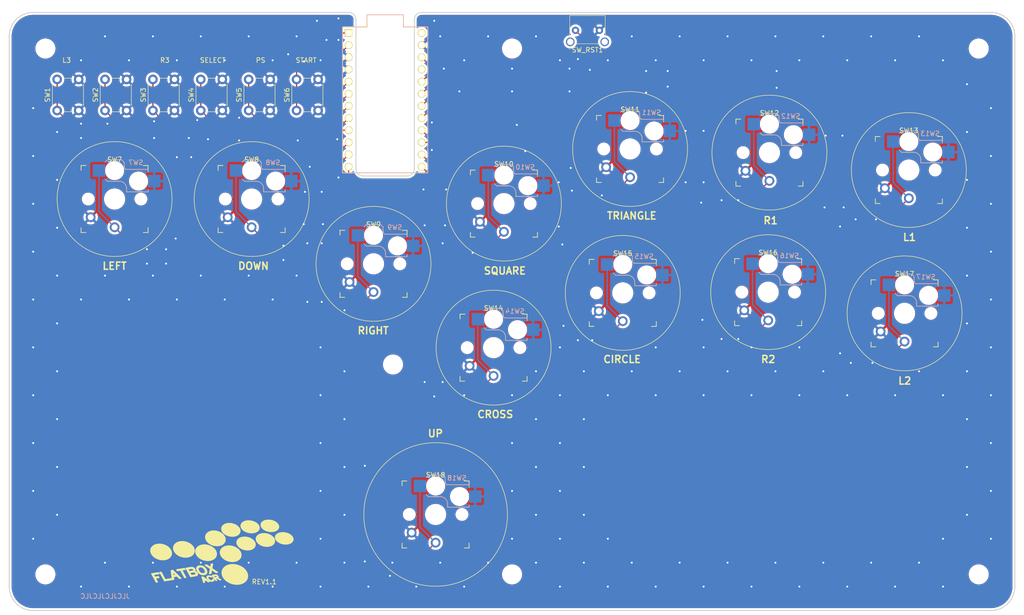
<source format=kicad_pcb>
(kicad_pcb (version 20211014) (generator pcbnew)
  (title_block (title "Flatbox ACR rev.1.1") (date "2022-07-20") (rev "1.1"))
  (layers (0 "F.Cu" signal) (31 "B.Cu" signal) (34 "B.Paste" user) (35 "F.Paste" user) (36 "B.SilkS" user "B.Silkscreen") (37 "F.SilkS" user "F.Silkscreen") (38 "B.Mask" user) (39 "F.Mask" user) (44 "Edge.Cuts" user))
  (net 0 "")
  (net 1 "OPT1")
  (net 2 "GND")
  (net 3 "OPT2")
  (net 4 "OPT3")
  (net 5 "OPT4")
  (net 6 "OPT5")
  (net 7 "OPT6")
  (net 8 "LEFT")
  (net 9 "DOWN")
  (net 10 "RIGHT")
  (net 11 "SQUARE")
  (net 12 "TRIANGLE")
  (net 13 "R1")
  (net 14 "L1")
  (net 15 "CROSS")
  (net 16 "CIRCLE")
  (net 17 "R2")
  (net 18 "L2")
  (net 19 "UP")
  (net 20 "RST")
  (footprint "MountingHole:MountingHole_3.2mm_M3" (layer "F.Cu") (at 135 37.55)
    (fp_text reference "REF**" hide)
    (fp_text value "MountingHole_3.2mm_M3")
  )
  (footprint "ProMicro:ProMicro" (layer "F.Cu") (at 108.5 48.27 -90)
    (fp_text reference "U1" hide)
    (fp_text value "ProMicro")
  )
  (footprint "Button_Switch_THT:SW_PUSH_6mm_H5mm" (layer "F.Cu") (at 70 50.5 90)
    (fp_text reference "SW4")
    (fp_text value "SW_Push")
  )
  (footprint "Kailh:Kailh_socket_PG1350_optional" (layer "F.Cu") (at 159.65 58.54)
    (fp_text reference "SW11")
    (fp_text value "SW_Push")
  )
  (footprint "MountingHole:MountingHole_3.2mm_M3" (layer "F.Cu") (at 232.45 37.55)
    (fp_text reference "REF**" hide)
    (fp_text value "MountingHole_3.2mm_M3")
  )
  (footprint "Button_Switch_THT:SW_PUSH_6mm_H5mm" (layer "F.Cu") (at 60 50.5 90)
    (fp_text reference "SW3")
    (fp_text value "SW_Push")
  )
  (footprint "Kailh:Kailh_socket_PG1350_optional" (layer "F.Cu") (at 119.04 134.92)
    (fp_text reference "SW18")
    (fp_text value "SW_Push")
  )
  (footprint "Kailh:Kailh_socket_PG1350_optional" (layer "F.Cu") (at 217.86 62.94)
    (fp_text reference "SW13")
    (fp_text value "SW_Push")
  )
  (footprint "Kailh:Kailh_socket_PG1350_optional" (layer "F.Cu") (at 131.14 100.06)
    (fp_text reference "SW14")
    (fp_text value "SW_Push")
  )
  (footprint "Button_Switch_THT:SW_PUSH_6mm_H5mm" (layer "F.Cu") (at 50 50.5 90)
    (fp_text reference "SW2")
    (fp_text value "SW_Push")
  )
  (footprint "MountingHole:MountingHole_3.2mm_M3" (layer "F.Cu") (at 110.14 103.58)
    (fp_text reference "REF**" hide)
    (fp_text value "MountingHole_3.2mm_M3")
  )
  (footprint "MountingHole:MountingHole_3.2mm_M3" (layer "F.Cu") (at 37.55 147.45)
    (fp_text reference "REF**" hide)
    (fp_text value "MountingHole_3.2mm_M3")
  )
  (footprint "Button_Switch_THT:SW_PUSH_6mm_H5mm" (layer "F.Cu") (at 90 50.5 90)
    (fp_text reference "SW6")
    (fp_text value "SW_Push")
  )
  (footprint "Kailh:Kailh_socket_PG1350_optional" (layer "F.Cu") (at 52 69)
    (fp_text reference "SW7")
    (fp_text value "SW_Push")
  )
  (footprint "Kailh:Kailh_socket_PG1350_optional" (layer "F.Cu") (at 106.07 82.54)
    (fp_text reference "SW9")
    (fp_text value "SW_Push")
  )
  (footprint "Kailh:Kailh_socket_PG1350_optional" (layer "F.Cu") (at 188.49 88.46)
    (fp_text reference "SW16")
    (fp_text value "SW_Push")
  )
  (footprint "Button_Switch_THT:SW_PUSH_6mm_H5mm" (layer "F.Cu") (at 40 50.5 90)
    (fp_text reference "SW1")
    (fp_text value "SW_Push")
  )
  (footprint "MountingHole:MountingHole_3.2mm_M3" (layer "F.Cu") (at 232.45 147.45)
    (fp_text reference "REF**" hide)
    (fp_text value "MountingHole_3.2mm_M3")
  )
  (footprint "Kailh:Kailh_socket_PG1350_optional" (layer "F.Cu") (at 80.62 69)
    (fp_text reference "SW8")
    (fp_text value "SW_Push")
  )
  (footprint "MountingHole:MountingHole_3.2mm_M3" (layer "F.Cu") (at 37.55 37.55)
    (fp_text reference "REF**" hide)
    (fp_text value "MountingHole_3.2mm_M3")
  )
  (footprint "Kailh:Kailh_socket_PG1350_optional" (layer "F.Cu") (at 216.97 92.89)
    (fp_text reference "SW17")
    (fp_text value "SW_Push")
  )
  (footprint "MountingHole:MountingHole_3.2mm_M3" (layer "F.Cu") (at 135 147.45)
    (fp_text reference "REF**" hide)
    (fp_text value "MountingHole_3.2mm_M3")
  )
  (footprint "Button_Switch_THT:SW_PUSH_6mm_H5mm" (layer "F.Cu") (at 80 50.5 90)
    (fp_text reference "SW5")
    (fp_text value "SW_Push")
  )
  (footprint "Kailh:Kailh_socket_PG1350_optional" (layer "F.Cu") (at 158.12 88.62)
    (fp_text reference "SW15")
    (fp_text value "SW_Push")
  )
  (footprint "Flatbox:SW_Tactile_Yushakobo 3x6x4.3mm" (layer "F.Cu") (at 148.25 33.75)
    (fp_text reference "SW_RST1")
    (fp_text value "SW_Push")
  )
  (footprint "Kailh:Kailh_socket_PG1350_optional" (layer "F.Cu") (at 133.3 69.95)
    (fp_text reference "SW10")
    (fp_text value "SW_Push")
  )
  (footprint "Kailh:Kailh_socket_PG1350_optional" (layer "F.Cu") (at 188.75 59.3)
    (fp_text reference "SW12")
    (fp_text value "SW_Push")
  )
  (gr_circle (center 158.12 88.62) (end 170.12 88.62) (layer "F.SilkS") (width 0.12) (fill none))
  (gr_poly (pts (xy 76.932212 145.389435) (xy 77.201452 145.420874) (xy 77.465784 145.471997) (xy 77.723655 145.541761) (xy 77.973512 145.629125) (xy 78.213802 145.733044) (xy 78.442973 145.852476) (xy 78.659471 145.986379) (xy 78.861744 146.133709) (xy 79.048239 146.293423) (xy 79.217403 146.464479) (xy 79.367683 146.645834) (xy 79.497527 146.836446) (xy 79.5543 146.934896) (xy 79.605381 147.03527) (xy 79.650577 147.137436) (xy 79.689692 147.241265) (xy 79.722535 147.346625) (xy 79.748909 147.453387) (xy 79.768403 147.560149) (xy 79.780828 147.66551) (xy 79.78632 147.769339) (xy 79.785019 147.871505) (xy 79.777062 147.971879) (xy 79.762587 148.07033) (xy 79.741733 148.166727) (xy 79.714637 148.260941) (xy 79.681438 148.352841) (xy 79.642273 148.442296) (xy 79.597282 148.529177) (xy 79.546601 148.613352) (xy 79.490369 148.694692) (xy 79.428725 148.773067) (xy 79.361806 148.848345) (xy 79.28975 148.920397) (xy 79.212696 148.989091) (xy 79.130781 149.054299) (xy 79.044144 149.115889) (xy 78.952922 149.173731) (xy 78.857255 149.227695) (xy 78.757279 149.27765) (xy 78.653134 149.323467) (xy 78.544956 149.365013) (xy 78.432885 149.402161) (xy 78.317059 149.434778) (xy 78.197615 149.462735) (xy 78.074691 149.485901) (xy 77.948426 149.504146) (xy 77.818958 149.517339) (xy 77.686425 149.525351) (xy 77.550964 149.52805) (xy 77.278369 149.517339) (xy 77.009129 149.485901) (xy 76.744797 149.434778) (xy 76.486926 149.365013) (xy 76.237069 149.27765) (xy 75.996778 149.173731) (xy 75.767607 149.054299) (xy 75.551109 148.920397) (xy 75.348836 148.773067) (xy 75.162341 148.613352) (xy 74.993177 148.442296) (xy 74.842897 148.260941) (xy 74.713054 148.07033) (xy 74.656281 147.971879) (xy 74.6052 147.871505) (xy 74.560004 147.769339) (xy 74.520888 147.66551) (xy 74.488046 147.560149) (xy 74.461672 147.453387) (xy 74.442177 147.346625) (xy 74.429753 147.241265) (xy 74.42426 147.137436) (xy 74.425562 147.03527) (xy 74.433519 146.934896) (xy 74.447994 146.836446) (xy 74.468848 146.740048) (xy 74.495944 146.645834) (xy 74.529143 146.553935) (xy 74.568307 146.464479) (xy 74.613299 146.377599) (xy 74.66398 146.293423) (xy 74.720211 146.212083) (xy 74.781856 146.133709) (xy 74.848775 146.05843) (xy 74.920831 145.986379) (xy 74.997885 145.917684) (xy 75.0798 145.852476) (xy 75.166437 145.790886) (xy 75.257658 145.733044) (xy 75.353326 145.67908) (xy 75.453301 145.629125) (xy 75.557447 145.583308) (xy 75.665624 145.541761) (xy 75.777695 145.504614) (xy 75.893522 145.471997) (xy 76.012966 145.44404) (xy 76.13589 145.420874) (xy 76.262155 145.402629) (xy 76.391623 145.389435) (xy 76.524156 145.381424) (xy 76.659616 145.378724)) (layer "F.SilkS") (width 0.2) (fill solid))
  (gr_poly (pts (xy 71.75 147.75) (xy 71.773416 147.751117) (xy 71.796848 147.752881) (xy 71.820296 147.755292) (xy 71.843761 147.758349) (xy 71.867241 147.762054) (xy 71.890737 147.766405) (xy 71.914249 147.771403) (xy 71.937777 147.777048) (xy 71.961321 147.783339) (xy 71.984987 147.790182) (xy 72.008476 147.797547) (xy 72.031789 147.805433) (xy 72.054924 147.813842) (xy 72.077883 147.822772) (xy 72.100666 147.832224) (xy 72.123271 147.842198) (xy 72.1457 147.852694) (xy 72.167952 147.863712) (xy 72.190027 147.875251) (xy 72.211925 147.887312) (xy 72.233646 147.899895) (xy 72.255191 147.913) (xy 72.276559 147.926627) (xy 72.29775 147.940775) (xy 72.318764 147.955445) (xy 72.162973 148.028619) (xy 72.13421 148.009476) (xy 72.105395 147.991875) (xy 72.076527 147.975814) (xy 72.047607 147.961294) (xy 72.018634 147.948315) (xy 71.989609 147.936876) (xy 71.960531 147.926978) (xy 71.931401 147.918622) (xy 71.902218 147.911805) (xy 71.872983 147.90653) (xy 71.843695 147.902796) (xy 71.814354 147.900602) (xy 71.784962 147.899949) (xy 71.755516 147.900837) (xy 71.726018 147.903266) (xy 71.696468 147.907235) (xy 71.679804 147.910159) (xy 71.663846 147.913476) (xy 71.648593 147.917187) (xy 71.634045 147.921291) (xy 71.620204 147.925788) (xy 71.607067 147.930679) (xy 71.594636 147.935963) (xy 71.582911 147.941641) (xy 71.571891 147.947712) (xy 71.561577 147.954176) (xy 71.551968 147.961034) (xy 71.543065 147.968285) (xy 71.534868 147.975929) (xy 71.527376 147.983967) (xy 71.52059 147.992399) (xy 71.514509 148.001224) (xy 71.509073 148.010361) (xy 71.50422 148.019729) (xy 71.499952 148.029329) (xy 71.496267 148.039159) (xy 71.493167 148.04922) (xy 71.490651 148.059513) (xy 71.488718 148.070036) (xy 71.48737 148.080791) (xy 71.486606 148.091776) (xy 71.486426 148.102993) (xy 71.48683 148.114441) (xy 71.487818 148.126119) (xy 71.48939 148.138029) (xy 71.491547 148.15017) (xy 71.494287 148.162542) (xy 71.497612 148.175145) (xy 71.501302 148.187716) (xy 71.505417 148.200361) (xy 71.509956 148.213081) (xy 71.51492 148.225876) (xy 71.520309 148.238746) (xy 71.526122 148.25169) (xy 71.53236 148.26471) (xy 71.539023 148.277804) (xy 71.54611 148.290973) (xy 71.553621 148.304217) (xy 71.561558 148.317535) (xy 71.569919 148.330928) (xy 71.578704 148.344396) (xy 71.587914 148.357939) (xy 71.597549 148.371557) (xy 71.607609 148.385249) (xy 71.617997 148.398889) (xy 71.62862 148.412348) (xy 71.639476 148.425627) (xy 71.650566 148.438725) (xy 71.661889 148.451643) (xy 71.673446 148.464381) (xy 71.685237 148.476939) (xy 71.697262 148.489316) (xy 71.709521 148.501513) (xy 71.722013 148.51353) (xy 71.734739 148.525366) (xy 71.747699 148.537022) (xy 71.760892 148.548498) (xy 71.77432 148.559793) (xy 71.787981 148.570908) (xy 71.801876 148.581843) (xy 71.815967 148.592519) (xy 71.830218 148.602858) (xy 71.844627 148.61286) (xy 71.859195 148.622525) (xy 71.873922 148.631852) (xy 71.888809 148.640842) (xy 71.903854 148.649495) (xy 71.919058 148.657811) (xy 71.934421 148.66579) (xy 71.949943 148.673432) (xy 71.965624 148.680736) (xy 71.981465 148.687704) (xy 71.997464 148.694334) (xy 72.013622 148.700628) (xy 72.029939 148.706584) (xy 72.046415 148.712203) (xy 72.062985 148.717398) (xy 72.079583 148.722082) (xy 72.09621 148.726255) (xy 72.112866 148.729916) (xy 72.129551 148.733067) (xy 72.146265 148.735706) (xy 72.163007 148.737835) (xy 72.179779 148.739452) (xy 72.196579 148.740558) (xy 72.213408 148.741153) (xy 72.230266 148.741237) (xy 72.247153 148.74081) (xy 72.264069 148.739872) (xy 72.281013 148.738422) (xy 72.297987 148.736462) (xy 72.314989 148.733991) (xy 72.331676 148.73105) (xy 72.347703 148.727683) (xy 72.363071 148.723889) (xy 72.377779 148.719668) (xy 72.391828 148.715021) (xy 72.405217 148.709946) (xy 72.417947 148.704445) (xy 72.430017 148.698518) (xy 72.441428 148.692163) (xy 72.452178 148.685382) (xy 72.46227 148.678174) (xy 72.471702 148.67054) (xy 72.480474 148.662478) (xy 72.488586 148.65399) (xy 72.496039 148.645075) (xy 72.502832 148.635734) (xy 72.508922 148.625745) (xy 72.514137 148.615325) (xy 72.518476 148.604474) (xy 72.521939 148.593192) (xy 72.524527 148.581479) (xy 72.52624 148.569335) (xy 72.527076 148.55676) (xy 72.527038 148.543754) (xy 72.526123 148.530317) (xy 72.524334 148.516448) (xy 72.521668 148.502149) (xy 72.518128 148.487418) (xy 72.513711 148.472256) (xy 72.508419 148.456663) (xy 72.502252 148.440639) (xy 72.495209 148.424184) (xy 72.70421 148.417285) (xy 72.712774 148.441885) (xy 72.720226 148.465833) (xy 72.726565 148.489128) (xy 72.731792 148.51177) (xy 72.735907 148.533758) (xy 72.738909 148.555094) (xy 72.740799 148.575778) (xy 72.741577 148.595808) (xy 72.741242 148.615185) (xy 72.739795 148.63391) (xy 72.737236 148.651981) (xy 72.733565 148.6694) (xy 72.728781 148.686166) (xy 72.722885 148.702279) (xy 72.715877 148.717739) (xy 72.707756 148.732547) (xy 72.703376 148.739692) (xy 72.69871 148.746678) (xy 72.69376 148.753505) (xy 72.688523 148.760173) (xy 72.683002 148.766683) (xy 72.677195 148.773034) (xy 72.671102 148.779226) (xy 72.664724 148.785259) (xy 72.658061 148.791134) (xy 72.651112 148.79685) (xy 72.643878 148.802406) (xy 72.636359 148.807805) (xy 72.628554 148.813044) (xy 72.620464 148.818124) (xy 72.612088 148.823046) (xy 72.603427 148.827809) (xy 72.585249 148.836859) (xy 72.565929 148.845273) (xy 72.545467 148.853052) (xy 72.523864 148.860196) (xy 72.501119 148.866705) (xy 72.477233 148.872579) (xy 72.452205 148.877817) (xy 72.426035 148.882421) (xy 72.402924 148.885806) (xy 72.379781 148.88856) (xy 72.356605 148.890683) (xy 72.333397 148.892175) (xy 72.310156 148.893036) (xy 72.286883 148.893266) (xy 72.263576 148.892865) (xy 72.240238 148.891833) (xy 72.216867 148.89017) (xy 72.193463 148.887875) (xy 72.170026 148.88495) (xy 72.146557 148.881393) (xy 72.123056 148.877206) (xy 72.099522 148.872387) (xy 72.075956 148.866937) (xy 72.052357 148.860856) (xy 72.029034 148.854178) (xy 72.005893 148.847004) (xy 71.982934 148.839333) (xy 71.960156 148.831166) (xy 71.937559 148.822502) (xy 71.915144 148.813341) (xy 71.892911 148.803684) (xy 71.870859 148.79353) (xy 71.848988 148.78288) (xy 71.827299 148.771733) (xy 71.805791 148.76009) (xy 71.784465 148.74795) (xy 71.763321 148.735314) (xy 71.742357 148.72218) (xy 71.721576 148.708551) (xy 71.700975 148.694425) (xy 71.680696 148.679656) (xy 71.660749 148.664536) (xy 71.641134 148.649064) (xy 71.621851 148.633239) (xy 71.6029 148.617063) (xy 71.584282 148.600535) (xy 71.565996 148.583654) (xy 71.548042 148.566422) (xy 71.53042 148.548838) (xy 71.513131 148.530902) (xy 71.496174 148.512613) (xy 71.479548 148.493973) (xy 71.463256 148.474982) (xy 71.447295 148.455638) (xy 71.431666 148.435942) (xy 71.41637 148.415894) (xy 71.40161 148.395768) (xy 71.387591 148.375834) (xy 71.374311 148.356093) (xy 71.361771 148.336545) (xy 71.34997 148.31719) (xy 71.33891 148.298029) (xy 71.32859 148.27906) (xy 71.31901 148.260285) (xy 71.31017 148.241703) (xy 71.30207 148.223313) (xy 71.29471 148.205117) (xy 71.288089 148.187114) (xy 71.282209 148.169304) (xy 71.277069 148.151687) (xy 71.272669 148.134263) (xy 71.269008 148.117032) (xy 71.26619 148.099855) (xy 71.264186 148.083027) (xy 71.262996 148.066549) (xy 71.262621 148.050422) (xy 71.263061 148.034644) (xy 71.264316 148.019216) (xy 71.266386 148.004138) (xy 71.26927 147.98941) (xy 71.272969 147.975032) (xy 71.277483 147.961004) (xy 71.282812 147.947326) (xy 71.288955 147.933997) (xy 71.295914 147.921019) (xy 71.303687 147.90839) (xy 71.312275 147.896112) (xy 71.321678 147.884183) (xy 71.332099 147.87265) (xy 71.343338 147.861623) (xy 71.355395 147.851101) (xy 71.368269 147.841083) (xy 71.381961 147.831572) (xy 71.39647 147.822565) (xy 71.411797 147.814064) (xy 71.427942 147.806068) (xy 71.444904 147.798577) (xy 71.462684 147.791591) (xy 71.481281 147.785111) (xy 71.500696 147.779136) (xy 71.520929 147.773666) (xy 71.541979 147.768702) (xy 71.563847 147.764243) (xy 71.586532 147.760289) (xy 71.609837 147.756879) (xy 71.633158 147.754115) (xy 71.656494 147.751999) (xy 71.679846 147.750529) (xy 71.703215 147.749706) (xy 71.726599 147.749529)) (layer "F.SilkS") (width 0.2) (fill solid))
  (gr_poly (pts (xy 65.86078 148.257485) (xy 65.530388 148.310702) (xy 65.041501 147.812152) (xy 64.292958 147.932721) (xy 64.379179 148.496129) (xy 64.048786 148.549346) (xy 63.837253 146.883546) (xy 64.131695 146.883546) (xy 64.255351 147.681907) (xy 64.823213 147.59044) (xy 64.131695 146.883546) (xy 63.837253 146.883546) (xy 63.807235 146.647161) (xy 64.1686 146.588954)) (layer "F.SilkS") (width 0.2) (fill solid))
  (gr_poly (pts (xy 66.724125 146.431552) (xy 66.047855 146.540481) (xy 66.888092 148.092013) (xy 66.606742 148.13733) (xy 65.766505 146.585797) (xy 65.090234 146.694726) (xy 64.963605 146.460898) (xy 66.597496 146.197724)) (layer "F.SilkS") (width 0.2) (fill solid))
  (gr_poly (pts (xy 73.083749 147.55078) (xy 73.104299 147.551876) (xy 73.124832 147.55365) (xy 73.145348 147.556102) (xy 73.165847 147.559233) (xy 73.186328 147.563041) (xy 73.206792 147.567527) (xy 73.227239 147.572692) (xy 73.247668 147.578534) (xy 73.26808 147.585055) (xy 73.288475 147.592254) (xy 73.308566 147.600014) (xy 73.328346 147.60859) (xy 73.347815 147.617982) (xy 73.366973 147.628191) (xy 73.385819 147.639215) (xy 73.404355 147.651055) (xy 73.422579 147.663712) (xy 73.440492 147.677185) (xy 73.458095 147.691473) (xy 73.475385 147.706578) (xy 73.492365 147.722499) (xy 73.509034 147.739236) (xy 73.525392 147.756788) (xy 73.541438 147.775157) (xy 73.557173 147.794342) (xy 73.572597 147.814343) (xy 73.585277 147.831765) (xy 73.596941 147.848778) (xy 73.607591 147.865382) (xy 73.617226 147.881578) (xy 73.625846 147.897364) (xy 73.633452 147.912742) (xy 73.640042 147.927712) (xy 73.645618 147.942272) (xy 73.650179 147.956424) (xy 73.653725 147.970166) (xy 73.656257 147.9835) (xy 73.657773 147.996425) (xy 73.658275 148.008942) (xy 73.657762 148.021049) (xy 73.656235 148.032748) (xy 73.653692 148.044038) (xy 73.652005 148.049442) (xy 73.650134 148.054757) (xy 73.648078 148.05998) (xy 73.645837 148.065113) (xy 73.643411 148.070156) (xy 73.640801 148.075108) (xy 73.638006 148.07997) (xy 73.635026 148.084741) (xy 73.631862 148.089421) (xy 73.628513 148.094011) (xy 73.621261 148.10292) (xy 73.61327 148.111467) (xy 73.60454 148.119651) (xy 73.595072 148.127474) (xy 73.584864 148.134934) (xy 73.573918 148.142033) (xy 73.562233 148.148769) (xy 73.549809 148.155143) (xy 73.536646 148.161155) (xy 73.522745 148.166805) (xy 73.508104 148.172093) (xy 74.193792 148.579167) (xy 73.983108 148.612931) (xy 73.31756 148.21094) (xy 73.255976 148.220809) (xy 73.006397 148.260808) (xy 73.346197 148.715005) (xy 73.169546 148.743314) (xy 72.441007 147.769505) (xy 72.638838 147.769505) (xy 72.898683 148.116832) (xy 73.226053 148.064366) (xy 73.248157 148.060668) (xy 73.26909 148.056846) (xy 73.288853 148.0529) (xy 73.307445 148.04883) (xy 73.324867 148.044637) (xy 73.34112 148.040319) (xy 73.356201 148.035878) (xy 73.370113 148.031312) (xy 73.376816 148.028862) (xy 73.383193 148.026204) (xy 73.389245 148.023338) (xy 73.394971 148.020265) (xy 73.400372 148.016984) (xy 73.405447 148.013496) (xy 73.410197 148.0098) (xy 73.414622 148.005896) (xy 73.418721 148.001785) (xy 73.422494 147.997466) (xy 73.425942 147.992939) (xy 73.429064 147.988205) (xy 73.431861 147.983263) (xy 73.434333 147.978113) (xy 73.436479 147.972756) (xy 73.438299 147.967191) (xy 73.439157 147.964308) (xy 73.439871 147.961361) (xy 73.440442 147.958349) (xy 73.440868 147.955273) (xy 73.44115 147.952132) (xy 73.441288 147.948926) (xy 73.441132 147.942322) (xy 73.4404 147.935459) (xy 73.439092 147.928337) (xy 73.437208 147.920958) (xy 73.434748 147.91332) (xy 73.431712 147.905423) (xy 73.4281 147.897269) (xy 73.423912 147.888856) (xy 73.419148 147.880185) (xy 73.413808 147.871255) (xy 73.407892 147.862068) (xy 73.401399 147.852622) (xy 73.394331 147.842917) (xy 73.38692 147.833268) (xy 73.379402 147.823986) (xy 73.371776 147.815073) (xy 73.364043 147.806527) (xy 73.356202 147.798349) (xy 73.348253 147.790539) (xy 73.340197 147.783097) (xy 73.332033 147.776022) (xy 73.323762 147.769316) (xy 73.315383 147.762977) (xy 73.306896 147.757007) (xy 73.298302 147.751404) (xy 73.2896 147.746169) (xy 73.28079 147.741301) (xy 73.271873 147.736802) (xy 73.262848 147.732671) (xy 73.253983 147.728819) (xy 73.245139 147.725223) (xy 73.236317 147.721884) (xy 73.227516 147.718801) (xy 73.218737 147.715974) (xy 73.209979 147.713404) (xy 73.201243 147.711089) (xy 73.192529 147.709032) (xy 73.183836 147.70723) (xy 73.175165 147.705685) (xy 73.166515 147.704396) (xy 73.157887 147.703363) (xy 73.14928 147.702586) (xy 73.140695 147.702066) (xy 73.132132 147.701802) (xy 73.12359 147.701795) (xy 73.106558 147.702188) (xy 73.088771 147.703014) (xy 73.07023 147.704272) (xy 73.050935 147.705963) (xy 73.030886 147.708086) (xy 73.010082 147.710642) (xy 72.988525 147.713629) (xy 72.966213 147.71705) (xy 72.638838 147.769505) (xy 72.441007 147.769505) (xy 72.355583 147.655322) (xy 72.781813 147.587014) (xy 72.960083 147.558444) (xy 72.980737 147.555471) (xy 73.001374 147.553177) (xy 73.021994 147.551561) (xy 73.042596 147.550622) (xy 73.063181 147.550362)) (layer "F.SilkS") (width 0.2) (fill solid))
  (gr_circle (center 52 69) (end 64 69) (layer "F.SilkS") (width 0.12) (fill none))
  (gr_poly (pts (xy 87.305034 138.720109) (xy 87.491125 138.738353) (xy 87.673823 138.76802) (xy 87.852056 138.808505) (xy 88.02475 138.859203) (xy 88.190831 138.919508) (xy 88.349227 138.988816) (xy 88.498864 139.06652) (xy 88.638669 139.152017) (xy 88.767569 139.244701) (xy 88.88449 139.343967) (xy 88.988359 139.449209) (xy 89.078102 139.559823) (xy 89.152648 139.675202) (xy 89.183886 139.73449) (xy 89.210921 139.794743) (xy 89.233621 139.855885) (xy 89.25185 139.91784) (xy 89.265324 139.979795) (xy 89.273911 140.040937) (xy 89.277708 140.10119) (xy 89.276808 140.160478) (xy 89.271308 140.218726) (xy 89.261304 140.275858) (xy 89.24689 140.331798) (xy 89.228162 140.386471) (xy 89.205216 140.439802) (xy 89.178147 140.491714) (xy 89.14705 140.542131) (xy 89.112021 140.590979) (xy 89.073156 140.638182) (xy 89.030549 140.683663) (xy 88.984297 140.727348) (xy 88.934494 140.76916) (xy 88.881236 140.809025) (xy 88.824619 140.846866) (xy 88.764738 140.882607) (xy 88.701689 140.916173) (xy 88.635567 140.947489) (xy 88.566467 140.976479) (xy 88.494484 141.003067) (xy 88.419716 141.027177) (xy 88.342255 141.048734) (xy 88.2622 141.067662) (xy 88.179643 141.083885) (xy 88.094682 141.097329) (xy 88.007412 141.107917) (xy 87.917927 141.115573) (xy 87.826324 141.120222) (xy 87.732698 141.121789) (xy 87.544289 141.115573) (xy 87.358198 141.097329) (xy 87.1755 141.067662) (xy 86.997268 141.027177) (xy 86.824575 140.976479) (xy 86.658493 140.916173) (xy 86.500098 140.846866) (xy 86.350461 140.76916) (xy 86.210656 140.683663) (xy 86.081756 140.590979) (xy 85.964835 140.491714) (xy 85.860966 140.386471) (xy 85.771222 140.275858) (xy 85.696677 140.160478) (xy 85.665439 140.10119) (xy 85.638403 140.040937) (xy 85.615704 139.979795) (xy 85.597475 139.91784) (xy 85.584001 139.855885) (xy 85.575413 139.794743) (xy 85.571617 139.73449) (xy 85.572517 139.675202) (xy 85.578016 139.616954) (xy 85.588021 139.559823) (xy 85.602435 139.503882) (xy 85.621163 139.449209) (xy 85.644109 139.395879) (xy 85.671178 139.343967) (xy 85.702275 139.293549) (xy 85.737304 139.244701) (xy 85.776169 139.197499) (xy 85.818776 139.152017) (xy 85.865028 139.108333) (xy 85.914831 139.06652) (xy 85.968088 139.026656) (xy 86.024705 138.988816) (xy 86.084586 138.953074) (xy 86.147635 138.919508) (xy 86.213758 138.888192) (xy 86.282858 138.859203) (xy 86.35484 138.832615) (xy 86.429609 138.808505) (xy 86.507068 138.786948) (xy 86.587124 138.76802) (xy 86.66968 138.751796) (xy 86.754641 138.738353) (xy 86.841912 138.727765) (xy 86.931396 138.720109) (xy 87.022999 138.715459) (xy 87.116625 138.713893)) (layer "F.SilkS") (width 0.2) (fill solid))
  (gr_circle (center 159.65 58.54) (end 171.65 58.54) (layer "F.SilkS") (width 0.12) (fill none))
  (gr_poly (pts (xy 72.323469 146.199641) (xy 73.51658 147.024354) (xy 73.181026 147.078402) (xy 72.278419 146.45847) (xy 72.140808 147.245952) (xy 71.79751 147.301248) (xy 71.984072 146.256957) (xy 70.890013 145.506326) (xy 71.235891 145.450616) (xy 72.029119 145.998126) (xy 72.152212 145.303021) (xy 72.487766 145.248975)) (layer "F.SilkS") (width 0.2) (fill solid))
  (gr_poly (pts (xy 76.100798 141.499435) (xy 76.319425 141.524328) (xy 76.534067 141.564807) (xy 76.743462 141.620045) (xy 76.94635 141.689218) (xy 77.14147 141.7715) (xy 77.32756 141.866065) (xy 77.50336 141.972088) (xy 77.667609 142.088742) (xy 77.819046 142.215202) (xy 77.95641 142.350642) (xy 78.078439 142.494237) (xy 78.183874 142.64516) (xy 78.229975 142.723112) (xy 78.271453 142.802587) (xy 78.308153 142.883481) (xy 78.339916 142.965691) (xy 78.366584 143.049114) (xy 78.388 143.133647) (xy 78.40383 143.21818) (xy 78.413919 143.301602) (xy 78.418379 143.383812) (xy 78.417322 143.464706) (xy 78.410861 143.544181) (xy 78.399107 143.622133) (xy 78.382173 143.698459) (xy 78.360171 143.773056) (xy 78.333213 143.845821) (xy 78.301411 143.916651) (xy 78.264877 143.985441) (xy 78.223724 144.052091) (xy 78.178063 144.116495) (xy 78.128007 144.17855) (xy 78.073667 144.238155) (xy 78.015157 144.295204) (xy 77.952588 144.349596) (xy 77.886072 144.401227) (xy 77.815721 144.449993) (xy 77.741648 144.495792) (xy 77.663964 144.53852) (xy 77.582783 144.578074) (xy 77.498215 144.61435) (xy 77.410373 144.647247) (xy 77.31937 144.676659) (xy 77.225317 144.702485) (xy 77.128327 144.724621) (xy 77.028511 144.742964) (xy 76.925982 144.75741) (xy 76.820852 144.767857) (xy 76.713233 144.7742) (xy 76.603237 144.776338) (xy 76.381885 144.767857) (xy 76.163257 144.742964) (xy 75.948615 144.702485) (xy 75.739219 144.647247) (xy 75.536331 144.578074) (xy 75.341212 144.495792) (xy 75.155121 144.401227) (xy 74.979321 144.295204) (xy 74.815072 144.17855) (xy 74.663635 144.052091) (xy 74.526271 143.916651) (xy 74.404242 143.773056) (xy 74.298807 143.622133) (xy 74.252706 143.544181) (xy 74.211228 143.464706) (xy 74.174528 143.383812) (xy 74.142765 143.301602) (xy 74.116097 143.21818) (xy 74.094681 143.133647) (xy 74.078851 143.049114) (xy 74.068762 142.965691) (xy 74.064302 142.883481) (xy 74.065359 142.802587) (xy 74.07182 142.723112) (xy 74.083574 142.64516) (xy 74.100508 142.568834) (xy 74.12251 142.494237) (xy 74.149468 142.421472) (xy 74.18127 142.350642) (xy 74.217804 142.281851) (xy 74.258957 142.215202) (xy 74.304618 142.150798) (xy 74.354675 142.088742) (xy 74.409014 142.029137) (xy 74.467524 141.972088) (xy 74.530094 141.917696) (xy 74.59661 141.866065) (xy 74.66696 141.817299) (xy 74.741034 141.7715) (xy 74.818717 141.728772) (xy 74.899899 141.689218) (xy 74.984467 141.652942) (xy 75.072308 141.620045) (xy 75.163312 141.590633) (xy 75.257365 141.564807) (xy 75.354355 141.542671) (xy 75.454171 141.524328) (xy 75.5567 141.509882) (xy 75.661831 141.499435) (xy 75.76945 141.493092) (xy 75.879446 141.490954)) (layer "F.SilkS") (width 0.2) (fill solid))
  (gr_circle (center 119.04 134.92) (end 134.04 134.92) (layer "F.SilkS") (width 0.12) (fill none))
  (gr_poly (pts (xy 62.570876 148.530522) (xy 63.843401 148.325555) (xy 63.97135 148.561818) (xy 62.417476 148.8121) (xy 61.45061 147.026742) (xy 61.731959 146.981423)) (layer "F.SilkS") (width 0.2) (fill solid))
  (gr_poly (pts (xy 84.305216 136.104268) (xy 84.491306 136.122512) (xy 84.674005 136.152179) (xy 84.852237 136.192664) (xy 85.024931 136.243362) (xy 85.191012 136.303667) (xy 85.349408 136.372975) (xy 85.499045 136.45068) (xy 85.63885 136.536176) (xy 85.76775 136.62886) (xy 85.884671 136.728126) (xy 85.98854 136.833368) (xy 86.078284 136.943982) (xy 86.152829 137.059361) (xy 86.184067 137.11865) (xy 86.211103 137.178902) (xy 86.233802 137.240044) (xy 86.252031 137.301999) (xy 86.265505 137.363954) (xy 86.274093 137.425096) (xy 86.277889 137.485348) (xy 86.276989 137.544636) (xy 86.27149 137.602884) (xy 86.261485 137.660016) (xy 86.247071 137.715956) (xy 86.228343 137.770629) (xy 86.205397 137.82396) (xy 86.178328 137.875871) (xy 86.147231 137.926289) (xy 86.112202 137.975137) (xy 86.073337 138.022339) (xy 86.03073 138.067821) (xy 85.984478 138.111506) (xy 85.934675 138.153318) (xy 85.881417 138.193182) (xy 85.824801 138.231023) (xy 85.76492 138.266764) (xy 85.70187 138.300331) (xy 85.635748 138.331646) (xy 85.566648 138.360636) (xy 85.494666 138.387224) (xy 85.419897 138.411334) (xy 85.342437 138.432891) (xy 85.262381 138.451819) (xy 85.179825 138.468043) (xy 85.094864 138.481486) (xy 85.007593 138.492074) (xy 84.918109 138.49973) (xy 84.826506 138.50438) (xy 84.732879 138.505946) (xy 84.54447 138.49973) (xy 84.358379 138.481486) (xy 84.175681 138.451819) (xy 83.997448 138.411334) (xy 83.824754 138.360636) (xy 83.658673 138.300331) (xy 83.500277 138.231023) (xy 83.35064 138.153318) (xy 83.210835 138.067821) (xy 83.081936 137.975137) (xy 82.965015 137.875871) (xy 82.861146 137.770629) (xy 82.771402 137.660016) (xy 82.696856 137.544636) (xy 82.665618 137.485348) (xy 82.638583 137.425096) (xy 82.615883 137.363954) (xy 82.597654 137.301999) (xy 82.58418 137.240044) (xy 82.575593 137.178902) (xy 82.571797 137.11865) (xy 82.572696 137.059361) (xy 82.578196 137.001114) (xy 82.5882 136.943982) (xy 82.602614 136.888041) (xy 82.621342 136.833368) (xy 82.644288 136.780038) (xy 82.671357 136.728126) (xy 82.702454 136.677708) (xy 82.737483 136.62886) (xy 82.776348 136.581658) (xy 82.818955 136.536176) (xy 82.865208 136.492492) (xy 82.91501 136.45068) (xy 82.968268 136.410815) (xy 83.024885 136.372975) (xy 83.084766 136.337233) (xy 83.147815 136.303667) (xy 83.213938 136.272351) (xy 83.283038 136.243362) (xy 83.35502 136.216774) (xy 83.429789 136.192664) (xy 83.507249 136.171107) (xy 83.587305 136.152179) (xy 83.669861 136.135955) (xy 83.754822 136.122512) (xy 83.842092 136.111924) (xy 83.931577 136.104268) (xy 84.02318 136.099619) (xy 84.116806 136.098052)) (layer "F.SilkS") (width 0.2) (fill solid))
  (gr_poly (pts (xy 70.965107 141.283451) (xy 71.183735 141.308344) (xy 71.398376 141.348822) (xy 71.607772 141.404061) (xy 71.81066 141.473234) (xy 72.005779 141.555516) (xy 72.191869 141.650081) (xy 72.367669 141.756103) (xy 72.531918 141.872757) (xy 72.683355 141.999217) (xy 72.820719 142.134657) (xy 72.942749 142.278252) (xy 73.048184 142.429175) (xy 73.094284 142.507127) (xy 73.135763 142.586601) (xy 73.172462 142.667495) (xy 73.204225 142.749705) (xy 73.230893 142.833128) (xy 73.25231 142.917661) (xy 73.268139 143.002193) (xy 73.278228 143.085616) (xy 73.282688 143.167826) (xy 73.281632 143.24872) (xy 73.27517 143.328194) (xy 73.263417 143.406146) (xy 73.246483 143.482473) (xy 73.22448 143.55707) (xy 73.197522 143.629835) (xy 73.16572 143.700664) (xy 73.129186 143.769455) (xy 73.088033 143.836104) (xy 73.042372 143.900508) (xy 72.992316 143.962564) (xy 72.937976 144.022168) (xy 72.879466 144.079218) (xy 72.816897 144.13361) (xy 72.75038 144.18524) (xy 72.68003 144.234007) (xy 72.605957 144.279805) (xy 72.528273 144.322533) (xy 72.447091 144.362087) (xy 72.362524 144.398364) (xy 72.274682 144.43126) (xy 72.183679 144.460673) (xy 72.089625 144.486499) (xy 71.992635 144.508635) (xy 71.892819 144.526978) (xy 71.79029 144.541424) (xy 71.68516 144.55187) (xy 71.57754 144.558214) (xy 71.467544 144.560351) (xy 71.246192 144.55187) (xy 71.027565 144.526978) (xy 70.812923 144.486499) (xy 70.603528 144.43126) (xy 70.40064 144.362087) (xy 70.20552 144.279805) (xy 70.01943 144.18524) (xy 69.84363 144.079218) (xy 69.679381 143.962564) (xy 69.527944 143.836104) (xy 69.390581 143.700664) (xy 69.268551 143.55707) (xy 69.163116 143.406146) (xy 69.117016 143.328194) (xy 69.075537 143.24872) (xy 69.038837 143.167826) (xy 69.007075 143.085616) (xy 68.980406 143.002193) (xy 68.95899 142.917661) (xy 68.94316 142.833128) (xy 68.933071 142.749705) (xy 68.928611 142.667495) (xy 68.929668 142.586601) (xy 68.936129 142.507127) (xy 68.947883 142.429175) (xy 68.964817 142.352849) (xy 68.986819 142.278252) (xy 69.013777 142.205487) (xy 69.04558 142.134657) (xy 69.082113 142.065866) (xy 69.123267 141.999217) (xy 69.168928 141.934813) (xy 69.218984 141.872757) (xy 69.273323 141.813153) (xy 69.331834 141.756103) (xy 69.394403 141.701712) (xy 69.460919 141.650081) (xy 69.53127 141.601315) (xy 69.605343 141.555516) (xy 69.683026 141.512788) (xy 69.764208 141.473234) (xy 69.848776 141.436957) (xy 69.936618 141.404061) (xy 70.027621 141.374648) (xy 70.121674 141.348822) (xy 70.218665 141.326686) (xy 70.318481 141.308344) (xy 70.42101 141.293898) (xy 70.52614 141.283451) (xy 70.633759 141.277107) (xy 70.743755 141.27497)) (layer "F.SilkS") (width 0.2) (fill solid))
  (gr_poly (pts (xy 72.916737 138.373709) (xy 73.123314 138.397229) (xy 73.326125 138.435476) (xy 73.523979 138.48767) (xy 73.715684 138.553031) (xy 73.900048 138.630777) (xy 74.075881 138.72013) (xy 74.241992 138.820308) (xy 74.397187 138.930532) (xy 74.540277 139.050021) (xy 74.670069 139.177996) (xy 74.785373 139.313675) (xy 74.884996 139.45628) (xy 74.928556 139.529935) (xy 74.967748 139.605029) (xy 75.002425 139.681464) (xy 75.032437 139.759142) (xy 75.057635 139.837967) (xy 75.077871 139.91784) (xy 75.092828 139.997713) (xy 75.102361 140.076538) (xy 75.106575 140.154217) (xy 75.105577 140.230652) (xy 75.099472 140.305746) (xy 75.088366 140.379401) (xy 75.072365 140.45152) (xy 75.051575 140.522006) (xy 75.026103 140.59076) (xy 74.996054 140.657685) (xy 74.961534 140.722685) (xy 74.922649 140.78566) (xy 74.879504 140.846514) (xy 74.832207 140.90515) (xy 74.780863 140.961469) (xy 74.725577 141.015374) (xy 74.666457 141.066767) (xy 74.603607 141.115552) (xy 74.537134 141.16163) (xy 74.467144 141.204905) (xy 74.393742 141.245277) (xy 74.317035 141.282651) (xy 74.237128 141.316928) (xy 74.154128 141.348012) (xy 74.068141 141.375803) (xy 73.979272 141.400205) (xy 73.887627 141.421121) (xy 73.793313 141.438453) (xy 73.696435 141.452103) (xy 73.5971 141.461973) (xy 73.495412 141.467967) (xy 73.391479 141.469987) (xy 73.182328 141.461973) (xy 72.975751 141.438453) (xy 72.772941 141.400205) (xy 72.575087 141.348012) (xy 72.383382 141.282651) (xy 72.199018 141.204905) (xy 72.023185 141.115552) (xy 71.857075 141.015374) (xy 71.701879 140.90515) (xy 71.55879 140.78566) (xy 71.428998 140.657685) (xy 71.313694 140.522006) (xy 71.214071 140.379401) (xy 71.170511 140.305746) (xy 71.131319 140.230652) (xy 71.096642 140.154217) (xy 71.06663 140.076538) (xy 71.041432 139.997713) (xy 71.021196 139.91784) (xy 71.006239 139.837967) (xy 70.996706 139.759142) (xy 70.992492 139.681464) (xy 70.99349 139.605029) (xy 70.999596 139.529935) (xy 71.010702 139.45628) (xy 71.026702 139.384161) (xy 71.047492 139.313675) (xy 71.072964 139.244921) (xy 71.103013 139.177996) (xy 71.137533 139.112997) (xy 71.176418 139.050021) (xy 71.219562 138.989167) (xy 71.266859 138.930532) (xy 71.318204 138.874213) (xy 71.373489 138.820308) (xy 71.43261 138.768914) (xy 71.495459 138.72013) (xy 71.561932 138.674051) (xy 71.631923 138.630777) (xy 71.705324 138.590404) (xy 71.782031 138.553031) (xy 71.861938 138.518753) (xy 71.944937 138.48767) (xy 72.030925 138.459879) (xy 72.119794 138.435476) (xy 72.211438 138.414561) (xy 72.305752 138.397229) (xy 72.40263 138.383579) (xy 72.501966 138.373709) (xy 72.603653 138.367715) (xy 72.707586 138.365695)) (layer "F.SilkS") (width 0.2) (fill solid))
  (gr_circle (center 216.97 92.89) (end 228.97 92.89) (layer "F.SilkS") (width 0.12) (fill none))
  (gr_poly (pts (xy 61.29721 147.308324) (xy 60.127933 147.496661) (xy 60.402296 148.003283) (xy 61.153422 147.882298) (xy 61.280051 148.116126) (xy 60.528925 148.237111) (xy 60.966851 149.045758) (xy 60.685501 149.091077) (xy 59.719955 147.308152) (xy 61.170581 147.074496)) (layer "F.SilkS") (width 0.2) (fill solid))
  (gr_poly (pts (xy 79.33287 139.656798) (xy 79.526191 139.677224) (xy 79.715988 139.710439) (xy 79.901145 139.755766) (xy 80.080549 139.812527) (xy 80.253083 139.880045) (xy 80.417633 139.957641) (xy 80.573084 140.04464) (xy 80.718321 140.140362) (xy 80.852229 140.244131) (xy 80.973693 140.355269) (xy 81.081598 140.473098) (xy 81.174829 140.596941) (xy 81.215593 140.660906) (xy 81.252271 140.72612) (xy 81.284722 140.792499) (xy 81.312809 140.859958) (xy 81.33639 140.928412) (xy 81.355327 140.997777) (xy 81.369325 141.067142) (xy 81.378246 141.135596) (xy 81.38219 141.203055) (xy 81.381255 141.269433) (xy 81.375542 141.334648) (xy 81.365148 141.398612) (xy 81.350174 141.461243) (xy 81.330719 141.522455) (xy 81.306881 141.582164) (xy 81.27876 141.640284) (xy 81.246455 141.696732) (xy 81.210065 141.751422) (xy 81.16969 141.804269) (xy 81.125427 141.85519) (xy 81.077378 141.904099) (xy 81.02564 141.950912) (xy 80.970313 141.995544) (xy 80.911497 142.037911) (xy 80.849289 142.077927) (xy 80.78379 142.115507) (xy 80.715098 142.150569) (xy 80.643314 142.183025) (xy 80.568535 142.212793) (xy 80.490861 142.239786) (xy 80.410391 142.263921) (xy 80.327225 142.285113) (xy 80.241461 142.303277) (xy 80.153199 142.318328) (xy 80.062538 142.330182) (xy 79.969577 142.338754) (xy 79.874415 142.34396) (xy 79.777151 142.345714) (xy 79.581421 142.338754) (xy 79.388099 142.318328) (xy 79.198302 142.285113) (xy 79.013145 142.239786) (xy 78.833741 142.183025) (xy 78.661207 142.115507) (xy 78.496657 142.037911) (xy 78.341205 141.950912) (xy 78.195968 141.85519) (xy 78.062061 141.751422) (xy 77.940597 141.640284) (xy 77.832692 141.522455) (xy 77.739461 141.398612) (xy 77.698697 141.334648) (xy 77.66202 141.269433) (xy 77.629568 141.203055) (xy 77.601482 141.135596) (xy 77.577901 141.067142) (xy 77.558964 140.997777) (xy 77.544966 140.928412) (xy 77.536045 140.859958) (xy 77.532101 140.792499) (xy 77.533035 140.72612) (xy 77.538749 140.660906) (xy 77.549142 140.596941) (xy 77.564116 140.53431) (xy 77.583571 140.473098) (xy 77.607409 140.413389) (xy 77.63553 140.355269) (xy 77.667835 140.298821) (xy 77.704225 140.244131) (xy 77.744601 140.191283) (xy 77.788863 140.140362) (xy 77.836912 140.091453) (xy 77.88865 140.04464) (xy 77.943977 140.000008) (xy 78.002794 139.957641) (xy 78.065001 139.917626) (xy 78.130501 139.880045) (xy 78.199192 139.844984) (xy 78.270977 139.812527) (xy 78.345756 139.782759) (xy 78.42343 139.755766) (xy 78.5039 139.731631) (xy 78.587066 139.710439) (xy 78.67283 139.692275) (xy 78.761092 139.677224) (xy 78.851753 139.66537) (xy 78.944714 139.656798) (xy 79.039876 139.651592) (xy 79.13714 139.649838)) (layer "F.SilkS") (width 0.2) (fill solid))
  (gr_poly (pts (xy 80.173598 136.248569) (xy 80.365714 136.267722) (xy 80.554327 136.298868) (xy 80.73833 136.341371) (xy 80.916615 136.394595) (xy 81.088074 136.457905) (xy 81.251599 136.530667) (xy 81.406081 136.612244) (xy 81.550412 136.702002) (xy 81.683485 136.799304) (xy 81.804192 136.903516) (xy 81.911424 137.014003) (xy 82.004074 137.130129) (xy 82.081033 137.251258) (xy 82.113282 137.3135) (xy 82.141193 137.376756) (xy 82.164627 137.440944) (xy 82.183447 137.505986) (xy 82.197357 137.571029) (xy 82.206222 137.635217) (xy 82.210142 137.698473) (xy 82.209213 137.760716) (xy 82.203535 137.821866) (xy 82.193207 137.881845) (xy 82.178326 137.940573) (xy 82.158992 137.997971) (xy 82.135303 138.053959) (xy 82.107357 138.108458) (xy 82.075254 138.161388) (xy 82.039091 138.21267) (xy 81.998967 138.262224) (xy 81.954981 138.309972) (xy 81.907231 138.355834) (xy 81.855815 138.39973) (xy 81.800833 138.44158) (xy 81.742383 138.481307) (xy 81.680563 138.518829) (xy 81.615473 138.554068) (xy 81.547209 138.586944) (xy 81.475872 138.617378) (xy 81.401559 138.645291) (xy 81.32437 138.670602) (xy 81.244401 138.693234) (xy 81.161754 138.713105) (xy 81.076524 138.730137) (xy 80.988813 138.74425) (xy 80.898716 138.755366) (xy 80.806335 138.763403) (xy 80.711766 138.768284) (xy 80.615108 138.769929) (xy 80.420598 138.763403) (xy 80.228482 138.74425) (xy 80.039868 138.713105) (xy 79.855864 138.670602) (xy 79.677579 138.617378) (xy 79.50612 138.554068) (xy 79.342596 138.481307) (xy 79.188114 138.39973) (xy 79.043782 138.309972) (xy 78.910709 138.21267) (xy 78.790002 138.108458) (xy 78.68277 137.997971) (xy 78.590121 137.881845) (xy 78.513162 137.760716) (xy 78.480912 137.698473) (xy 78.453001 137.635217) (xy 78.429567 137.571029) (xy 78.410747 137.505986) (xy 78.396837 137.440944) (xy 78.387972 137.376756) (xy 78.384052 137.3135) (xy 78.384981 137.251258) (xy 78.390659 137.190108) (xy 78.400987 137.130129) (xy 78.415868 137.071401) (xy 78.435202 137.014003) (xy 78.458891 136.958015) (xy 78.486837 136.903516) (xy 78.518941 136.850586) (xy 78.555104 136.799304) (xy 78.595227 136.74975) (xy 78.639214 136.702002) (xy 78.686964 136.65614) (xy 78.738379 136.612244) (xy 78.793361 136.570393) (xy 78.851811 136.530667) (xy 78.913631 136.493144) (xy 78.978722 136.457905) (xy 79.046985 136.425029) (xy 79.118323 136.394595) (xy 79.192636 136.366682) (xy 79.269825 136.341371) (xy 79.349794 136.318739) (xy 79.432442 136.298868) (xy 79.517671 136.281836) (xy 79.605383 136.267722) (xy 79.695479 136.256607) (xy 79.787861 136.248569) (xy 79.88243 136.243688) (xy 79.979088 136.242043)) (layer "F.SilkS") (width 0.2) (fill solid))
  (gr_circle (center 188.75 59.3) (end 200.75 59.3) (layer "F.SilkS") (width 0.12) (fill none))
  (gr_poly (pts (xy 83.364622 138.912842) (xy 83.557944 138.933268) (xy 83.747741 138.966483) (xy 83.932899 139.011811) (xy 84.112302 139.068572) (xy 84.284837 139.13609) (xy 84.449387 139.213686) (xy 84.604838 139.300685) (xy 84.750075 139.396407) (xy 84.883983 139.500176) (xy 85.005446 139.611314) (xy 85.113351 139.729143) (xy 85.206581 139.852986) (xy 85.247345 139.916951) (xy 85.284023 139.982165) (xy 85.316474 140.048544) (xy 85.34456 140.116002) (xy 85.368142 140.184457) (xy 85.387079 140.253821) (xy 85.401077 140.323186) (xy 85.409998 140.391641) (xy 85.413942 140.4591) (xy 85.413007 140.525479) (xy 85.407294 140.590693) (xy 85.396901 140.654658) (xy 85.381927 140.717289) (xy 85.362472 140.778501) (xy 85.338634 140.838209) (xy 85.310513 140.89633) (xy 85.278208 140.952777) (xy 85.241818 141.007467) (xy 85.201443 141.060315) (xy 85.15718 141.111236) (xy 85.109131 141.160146) (xy 85.057393 141.206959) (xy 85.002066 141.251591) (xy 84.94325 141.293957) (xy 84.881042 141.333973) (xy 84.815543 141.371554) (xy 84.746851 141.406615) (xy 84.675066 141.439071) (xy 84.600287 141.468839) (xy 84.522614 141.495832) (xy 84.442144 141.519968) (xy 84.358977 141.541159) (xy 84.273214 141.559323) (xy 84.184951 141.574375) (xy 84.09429 141.586229) (xy 84.001329 141.594801) (xy 83.906166 141.600006) (xy 83.808903 141.60176) (xy 83.613173 141.594801) (xy 83.419852 141.574375) (xy 83.230055 141.541159) (xy 83.044897 141.495832) (xy 82.865494 141.439071) (xy 82.69296 141.371554) (xy 82.52841 141.293957) (xy 82.372959 141.206959) (xy 82.227721 141.111236) (xy 82.093814 141.007467) (xy 81.97235 140.89633) (xy 81.864445 140.778501) (xy 81.771214 140.654658) (xy 81.73045 140.590693) (xy 81.693772 140.525479) (xy 81.66132 140.4591) (xy 81.633234 140.391641) (xy 81.609653 140.323186) (xy 81.590715 140.253821) (xy 81.576718 140.184457) (xy 81.567797 140.116002) (xy 81.563853 140.048544) (xy 81.564788 139.982165) (xy 81.570501 139.916951) (xy 81.580894 139.852986) (xy 81.595868 139.790355) (xy 81.615324 139.729143) (xy 81.639162 139.669434) (xy 81.667283 139.611314) (xy 81.699588 139.554866) (xy 81.735978 139.500176) (xy 81.776353 139.447328) (xy 81.820615 139.396407) (xy 81.868665 139.347498) (xy 81.920403 139.300685) (xy 81.975729 139.256053) (xy 82.034546 139.213686) (xy 82.096754 139.17367) (xy 82.162253 139.13609) (xy 82.230944 139.101028) (xy 82.302729 139.068572) (xy 82.377508 139.038804) (xy 82.455182 139.011811) (xy 82.535651 138.987675) (xy 82.618818 138.966483) (xy 82.704581 138.948319) (xy 82.792844 138.933268) (xy 82.883505 138.921414) (xy 82.976466 138.912842) (xy 83.071628 138.907637) (xy 83.168892 138.905883)) (layer "F.SilkS") (width 0.2) (fill solid))
  (gr_circle (center 217.86 62.94) (end 229.86 62.94) (layer "F.SilkS") (width 0.12) (fill none))
  (gr_poly (pts (xy 61.569673 141.12746) (xy 61.7883 141.152353) (xy 62.002942 141.192832) (xy 62.212338 141.24807) (xy 62.415226 141.317243) (xy 62.610345 141.399525) (xy 62.796436 141.49409) (xy 62.972236 141.600113) (xy 63.136485 141.716767) (xy 63.287922 141.843226) (xy 63.425285 141.978667) (xy 63.547315 142.122261) (xy 63.65275 142.273184) (xy 63.698851 142.351136) (xy 63.740329 142.430611) (xy 63.777029 142.511505) (xy 63.808792 142.593715) (xy 63.83546 142.677138) (xy 63.856876 142.76167) (xy 63.872706 142.846203) (xy 63.882795 142.929626) (xy 63.887255 143.011836) (xy 63.886198 143.092729) (xy 63.879737 143.172204) (xy 63.867983 143.250156) (xy 63.851049 143.326482) (xy 63.829047 143.401079) (xy 63.802089 143.473844) (xy 63.770287 143.544674) (xy 63.733753 143.613465) (xy 63.692599 143.680114) (xy 63.646938 143.744518) (xy 63.596882 143.806574) (xy 63.542543 143.866178) (xy 63.484033 143.923228) (xy 63.421463 143.977619) (xy 63.354947 144.02925) (xy 63.284596 144.078016) (xy 63.210523 144.123815) (xy 63.13284 144.166543) (xy 63.051658 144.206097) (xy 62.96709 144.242374) (xy 62.879249 144.27527) (xy 62.788245 144.304683) (xy 62.694192 144.330509) (xy 62.597202 144.352644) (xy 62.497386 144.370987) (xy 62.394857 144.385433) (xy 62.289726 144.39588) (xy 62.182107 144.402223) (xy 62.072111 144.404361) (xy 61.850759 144.39588) (xy 61.632132 144.370987) (xy 61.41749 144.330509) (xy 61.208095 144.27527) (xy 61.005207 144.206097) (xy 60.810087 144.123815) (xy 60.623997 144.02925) (xy 60.448196 143.923228) (xy 60.283947 143.806574) (xy 60.13251 143.680114) (xy 59.995147 143.544674) (xy 59.873117 143.401079) (xy 59.767682 143.250156) (xy 59.721581 143.172204) (xy 59.680103 143.092729) (xy 59.643403 143.011836) (xy 59.61164 142.929626) (xy 59.584972 142.846203) (xy 59.563556 142.76167) (xy 59.547726 142.677138) (xy 59.537637 142.593715) (xy 59.533177 142.511505) (xy 59.534234 142.430611) (xy 59.540695 142.351136) (xy 59.552449 142.273184) (xy 59.569383 142.196858) (xy 59.591385 142.122261) (xy 59.618343 142.049496) (xy 59.650145 141.978667) (xy 59.686679 141.909876) (xy 59.727833 141.843226) (xy 59.773494 141.778822) (xy 59.82355 141.716767) (xy 59.877889 141.657162) (xy 59.9364 141.600113) (xy 59.998969 141.545721) (xy 60.065485 141.49409) (xy 60.135836 141.445324) (xy 60.209909 141.399525) (xy 60.287592 141.356797) (xy 60.368774 141.317243) (xy 60.453342 141.280967) (xy 60.541183 141.24807) (xy 60.632187 141.218658) (xy 60.72624 141.192832) (xy 60.823231 141.170696) (xy 60.923046 141.152353) (xy 61.025576 141.137907) (xy 61.130706 141.12746) (xy 61.238325 141.121117) (xy 61.348321 141.118979)) (layer "F.SilkS") (width 0.2) (fill solid))
  (gr_poly (pts (xy 68.097589 145.977902) (xy 68.132643 145.978928) (xy 68.16695 145.980963) (xy 68.20051 145.984009) (xy 68.233324 145.988064) (xy 68.265391 145.993129) (xy 68.296712 145.999204) (xy 68.327286 146.006289) (xy 68.357113 146.014383) (xy 68.386194 146.023488) (xy 68.414698 146.033451) (xy 68.44248 146.044835) (xy 68.46954 146.057637) (xy 68.495877 146.07186) (xy 68.521493 146.087502) (xy 68.546387 146.104564) (xy 68.570559 146.123045) (xy 68.594009 146.142946) (xy 68.616736 146.164267) (xy 68.638742 146.187007) (xy 68.660026 146.211167) (xy 68.680587 146.236747) (xy 68.700427 146.263746) (xy 68.719544 146.292166) (xy 68.73794 146.322004) (xy 68.755613 146.353263) (xy 68.763266 146.36792) (xy 68.770394 146.382661) (xy 68.776998 146.397486) (xy 68.783077 146.412396) (xy 68.788632 146.42739) (xy 68.793663 146.442469) (xy 68.79817 146.457632) (xy 68.802152 146.47288) (xy 68.80561 146.488212) (xy 68.808543 146.503628) (xy 68.810952 146.519129) (xy 68.812837 146.534714) (xy 68.814197 146.550384) (xy 68.815033 146.566138) (xy 68.815345 146.581976) (xy 68.815132 146.597899) (xy 68.814051 146.613331) (xy 68.812086 146.628306) (xy 68.809238 146.642823) (xy 68.805506 146.656882) (xy 68.80089 146.670484) (xy 68.795391 146.683627) (xy 68.789008 146.696314) (xy 68.781741 146.708543) (xy 68.773591 146.720314) (xy 68.764557 146.731627) (xy 68.754639 146.742483) (xy 68.743838 146.752881) (xy 68.732152 146.762822) (xy 68.719584 146.772305) (xy 68.706131 146.781331) (xy 68.691795 146.789899) (xy 68.712281 146.792485) (xy 68.732642 146.795609) (xy 68.752877 146.79927) (xy 68.772987 146.803468) (xy 68.792971 146.808204) (xy 68.812829 146.813478) (xy 68.832562 146.819288) (xy 68.852169 146.825637) (xy 68.871651 146.832522) (xy 68.891007 146.839945) (xy 68.910238 146.847906) (xy 68.929343 146.856403) (xy 68.948322 146.865439) (xy 68.967176 146.875011) (xy 68.985904 146.885121) (xy 69.004507 146.895768) (xy 69.022813 146.906981) (xy 69.040651 146.918786) (xy 69.058021 146.931184) (xy 69.074922 146.944175) (xy 69.091355 146.957758) (xy 69.10732 146.971934) (xy 69.122816 146.986703) (xy 69.137844 147.002065) (xy 69.152404 147.018019) (xy 69.166495 147.034566) (xy 69.180118 147.051705) (xy 69.193273 147.069437) (xy 69.205959 147.087762) (xy 69.218177 147.10668) (xy 69.229927 147.12619) (xy 69.241209 147.146293) (xy 69.25796 147.17846) (xy 69.272931 147.209807) (xy 69.286119 147.240335) (xy 69.297527 147.270042) (xy 69.307153 147.29893) (xy 69.314997 147.326998) (xy 69.32106 147.354245) (xy 69.325342 147.380673) (xy 69.327842 147.406281) (xy 69.328561 147.43107) (xy 69.327498 147.455038) (xy 69.324654 147.478186) (xy 69.320028 147.500514) (xy 69.313621 147.522023) (xy 69.305433 147.542712) (xy 69.295463 147.56258) (xy 69.283712 147.581629) (xy 69.270179 147.599858) (xy 69.254865 147.617267) (xy 69.23777 147.633856) (xy 69.218893 147.649625) (xy 69.198235 147.664575) (xy 69.175795 147.678704) (xy 69.151574 147.692014) (xy 69.125572 147.704503) (xy 69.097788 147.716173) (xy 69.068222 147.727023) (xy 69.036876 147.737053) (xy 69.003747 147.746263) (xy 68.968838 147.754653) (xy 68.932147 147.762223) (xy 68.893675 147.768973) (xy 67.863781 147.934859) (xy 67.401318 147.080901) (xy 67.707208 147.080901) (xy 68.018505 147.655723) (xy 68.625082 147.558013) (xy 68.658473 147.552387) (xy 68.690246 147.546525) (xy 68.7204 147.540427) (xy 68.748936 147.534093) (xy 68.775853 147.527523) (xy 68.801151 147.520718) (xy 68.824832 147.513676) (xy 68.846893 147.506398) (xy 68.857628 147.502477) (xy 68.867935 147.49821) (xy 68.877814 147.493599) (xy 68.887265 147.488643) (xy 68.896288 147.483342) (xy 68.904883 147.477696) (xy 68.913051 147.471705) (xy 68.92079 147.465369) (xy 68.928102 147.458688) (xy 68.934985 147.451662) (xy 68.941441 147.444292) (xy 68.947469 147.436577) (xy 68.953069 147.428516) (xy 68.95824 147.420111) (xy 68.962984 147.411361) (xy 68.9673 147.402266) (xy 68.971308 147.392724) (xy 68.974483 147.382737) (xy 68.976825 147.372305) (xy 68.978333 147.361428) (xy 68.979009 147.350106) (xy 68.978852 147.338338) (xy 68.977862 147.326126) (xy 68.976039 147.313469) (xy 68.973383 147.300367) (xy 68.969894 147.286819) (xy 68.965572 147.272827) (xy 68.960417 147.258389) (xy 68.954429 147.243506) (xy 68.947608 147.228178) (xy 68.939954 147.212405) (xy 68.931467 147.196187) (xy 68.922445 147.180054) (xy 68.913188 147.164539) (xy 68.903695 147.149641) (xy 68.893966 147.135361) (xy 68.884001 147.121697) (xy 68.873801 147.108651) (xy 68.863365 147.096222) (xy 68.852693 147.084411) (xy 68.841785 147.073216) (xy 68.830642 147.062639) (xy 68.819263 147.05268) (xy 68.807648 147.043337) (xy 68.795797 147.034612) (xy 68.783711 147.026504) (xy 68.771389 147.019013) (xy 68.758831 147.012139) (xy 68.746188 147.005776) (xy 68.733609 146.999816) (xy 68.721096 146.994259) (xy 68.708647 146.989106) (xy 68.696264 146.984356) (xy 68.683945 146.98001) (xy 68.671692 146.976067) (xy 68.659503 146.972527) (xy 68.64738 146.969391) (xy 68.635321 146.966658) (xy 68.623327 146.964328) (xy 68.611398 146.962401) (xy 68.599535 146.960879) (xy 68.587736 146.959759) (xy 68.576002 146.959043) (xy 68.564333 146.95873) (xy 68.54078 146.958799) (xy 68.516668 146.959456) (xy 68.491997 146.960699) (xy 68.466766 146.962529) (xy 68.440976 146.964945) (xy 68.414627 146.967948) (xy 68.387718 146.971538) (xy 68.36025 146.975715) (xy 67.707208 147.080901) (xy 67.401318 147.080901) (xy 66.999007 146.338017) (xy 67.304899 146.338017) (xy 67.580582 146.847077) (xy 68.233621 146.741891) (xy 68.260943 146.7372) (xy 68.286766 146.732172) (xy 68.31109 146.726806) (xy 68.333916 146.721102) (xy 68.355243 146.71506) (xy 68.375072 146.70868) (xy 68.393402 146.701962) (xy 68.410234 146.694907) (xy 68.425567 146.687513) (xy 68.439402 146.679782) (xy 68.451739 146.671712) (xy 68.462577 146.663305) (xy 68.471916 146.65456) (xy 68.479757 146.645476) (xy 68.4861 146.636055) (xy 68.490944 146.626296) (xy 68.494976 146.616171) (xy 68.498237 146.605756) (xy 68.500728 146.595052) (xy 68.502448 146.584058) (xy 68.503397 146.572774) (xy 68.503575 146.561201) (xy 68.502983 146.549339) (xy 68.50162 146.537186) (xy 68.499486 146.524744) (xy 68.496581 146.512012) (xy 68.492906 146.498991) (xy 68.48846 146.48568) (xy 68.483243 146.47208) (xy 68.477256 146.458189) (xy 68.470498 146.444009) (xy 68.462969 146.42954) (xy 68.455615 146.416387) (xy 68.448065 146.403721) (xy 68.440319 146.391541) (xy 68.432375 146.379849) (xy 68.424235 146.368644) (xy 68.415898 146.357925) (xy 68.407364 146.347693) (xy 68.398633 146.337948) (xy 68.389706 146.32869) (xy 68.380582 146.319919) (xy 68.371261 146.311635) (xy 68.361744 146.303837) (xy 68.35203 146.296527) (xy 68.342119 146.289703) (xy 68.332011 146.283366) (xy 68.321707 146.277516) (xy 68.311146 146.27178) (xy 68.300599 146.266393) (xy 68.290065 146.261355) (xy 68.279546 146.256667) (xy 68.26904 146.252328) (xy 68.258549 146.248339) (xy 68.248071 146.244699) (xy 68.237607 146.241409) (xy 68.227157 146.238468) (xy 68.21672 146.235876) (xy 68.206298 146.233634) (xy 68.19589 146.231742) (xy 68.185495 146.230199) (xy 68.175114 146.229005) (xy 68.164747 146.228161) (xy 68.154394 146.227666) (xy 68.132951 146.226694) (xy 68.110666 146.22627) (xy 68.087538 146.226396) (xy 68.063567 146.227072) (xy 68.038753 146.228296) (xy 68.013097 146.230069) (xy 67.986598 146.232392) (xy 67.959257 146.235265) (xy 67.959257 146.235264) (xy 67.959256 146.235263) (xy 67.959256 146.235262) (xy 67.959255 146.235261) (xy 67.959255 146.23526) (xy 67.959254 146.23526) (xy 67.959253 146.235259) (xy 67.897536 146.244044) (xy 67.767905 146.264099) (xy 67.304899 146.338017) (xy 66.999007 146.338017) (xy 66.896916 146.149501) (xy 67.831306 145.998998) (xy 67.871587 145.992954) (xy 67.91112 145.987921) (xy 67.949907 145.983898) (xy 67.987948 145.980884) (xy 68.025241 145.97888) (xy 68.061788 145.977886)) (layer "F.SilkS") (width 0.2) (fill solid))
  (gr_poly (pts (xy 69.948937 145.650964) (xy 69.984343 145.652863) (xy 70.019609 145.6558) (xy 70.054735 145.659772) (xy 70.089721 145.664781) (xy 70.124566 145.670826) (xy 70.15927 145.677908) (xy 70.193835 145.686026) (xy 70.228259 145.69518) (xy 70.262543 145.705371) (xy 70.296866 145.716445) (xy 70.330765 145.728354) (xy 70.364238 145.741096) (xy 70.397286 145.754672) (xy 70.429909 145.769083) (xy 70.462106 145.784327) (xy 70.493878 145.800405) (xy 70.525224 145.817318) (xy 70.556146 145.835064) (xy 70.586641 145.853644) (xy 70.616712 145.873058) (xy 70.646357 145.893307) (xy 70.675577 145.914389) (xy 70.704372 145.936305) (xy 70.732741 145.959055) (xy 70.760685 145.982638) (xy 70.787951 146.006632) (xy 70.814618 146.031218) (xy 70.840685 146.056397) (xy 70.866153 146.08217) (xy 70.89102 146.108535) (xy 70.915288 146.135494) (xy 70.938957 146.163046) (xy 70.962026 146.19119) (xy 70.984495 146.219928) (xy 71.006364 146.249259) (xy 71.027634 146.279183) (xy 71.048305 146.3097) (xy 71.068376 146.34081) (xy 71.087847 146.372513) (xy 71.106718 146.40481) (xy 71.12499 146.437699) (xy 71.14242 146.470735) (xy 71.158766 146.503469) (xy 71.174028 146.535902) (xy 71.188206 146.568034) (xy 71.201301 146.599865) (xy 71.213311 146.631394) (xy 71.224237 146.662623) (xy 71.234079 146.69355) (xy 71.242838 146.724176) (xy 71.250512 146.7545) (xy 71.257103 146.784524) (xy 71.262609 146.814246) (xy 71.267032 146.843667) (xy 71.270371 146.872786) (xy 71.272625 146.901604) (xy 71.273796 146.930121) (xy 71.273841 146.958199) (xy 71.272718 146.9857) (xy 71.270427 147.012623) (xy 71.266969 147.038969) (xy 71.262342 147.064737) (xy 71.256548 147.089928) (xy 71.249587 147.114541) (xy 71.241457 147.138577) (xy 71.23216 147.162036) (xy 71.221695 147.184917) (xy 71.210062 147.207221) (xy 71.197262 147.228947) (xy 71.183294 147.250096) (xy 71.168158 147.270668) (xy 71.151855 147.290662) (xy 71.134384 147.310079) (xy 71.115743 147.328794) (xy 71.095932 147.346684) (xy 71.074951 147.363749) (xy 71.052799 147.379989) (xy 71.029476 147.395404) (xy 71.004984 147.409993) (xy 70.979321 147.423757) (xy 70.952487 147.436696) (xy 70.924483 147.44881) (xy 70.895309 147.460098) (xy 70.864964 147.470561) (xy 70.833449 147.480199) (xy 70.800763 147.489012) (xy 70.766907 147.497) (xy 70.731881 147.504162) (xy 70.695684 147.510499) (xy 70.659295 147.515853) (xy 70.623047 147.520171) (xy 70.586938 147.523453) (xy 70.550971 147.525699) (xy 70.515143 147.526908) (xy 70.479456 147.52708) (xy 70.443909 147.526217) (xy 70.408502 147.524317) (xy 70.373236 147.52138) (xy 70.33811 147.517407) (xy 70.303125 147.512398) (xy 70.268279 147.506353) (xy 70.233575 147.499271) (xy 70.19901 147.491153) (xy 70.164586 147.481999) (xy 70.130302 147.471808) (xy 70.096291 147.460684) (xy 70.062684 147.448729) (xy 70.029483 147.435943) (xy 69.996687 147.422326) (xy 69.964297 147.407878) (xy 69.932311 147.3926) (xy 69.900731 147.376491) (xy 69.869556 147.359552) (xy 69.838786 147.341781) (xy 69.808422 147.32318) (xy 69.778462 147.303748) (xy 69.748908 147.283485) (xy 69.719759 147.262392) (xy 69.691015 147.240468) (xy 69.662676 147.217713) (xy 69.634743 147.194127) (xy 69.607316 147.169839) (xy 69.5805 147.144977) (xy 69.554294 147.11954) (xy 69.528697 147.09353) (xy 69.503711 147.066945) (xy 69.479334 147.039787) (xy 69.455568 147.012054) (xy 69.432411 146.983748) (xy 69.409865 146.954867) (xy 69.387928 146.925412) (xy 69.366601 146.895383) (xy 69.345884 146.86478) (xy 69.325778 146.833604) (xy 69.306281 146.801853) (xy 69.287394 146.769528) (xy 69.269117 146.736629) (xy 69.251692 146.703603) (xy 69.235361 146.670897) (xy 69.220125 146.638511) (xy 69.205983 146.606446) (xy 69.192935 146.574701) (xy 69.180982 146.543277) (xy 69.170122 146.512172) (xy 69.160358 146.481388) (xy 69.151687 146.450924) (xy 69.144111 146.420781) (xy 69.137628 146.390957) (xy 69.132241 146.361454) (xy 69.127947 146.332271) (xy 69.124748 146.303408) (xy 69.123281 146.283525) (xy 69.449656 146.283525) (xy 69.449714 146.303407) (xy 69.450614 146.323672) (xy 69.452356 146.344317) (xy 69.454986 146.364862) (xy 69.458233 146.385534) (xy 69.462098 146.406335) (xy 69.466581 146.427264) (xy 69.471681 146.448321) (xy 69.477398 146.469506) (xy 69.483733 146.490819) (xy 69.490686 146.51226) (xy 69.498256 146.53383) (xy 69.506444 146.555527) (xy 69.515249 146.577353) (xy 69.524671 146.599307) (xy 69.534712 146.621389) (xy 69.545369 146.643599) (xy 69.556644 146.665937) (xy 69.568537 146.688403) (xy 69.581098 146.711092) (xy 69.59405 146.733491) (xy 69.607393 146.755599) (xy 69.621127 146.777417) (xy 69.635252 146.798944) (xy 69.649767 146.820181) (xy 69.664673 146.841127) (xy 69.67997 146.861783) (xy 69.695658 146.882148) (xy 69.711737 146.902222) (xy 69.728206 146.922006) (xy 69.745066 146.9415) (xy 69.762317 146.960703) (xy 69.779958 146.979615) (xy 69.797991 146.998237) (xy 69.816414 147.016568) (xy 69.835359 147.034123) (xy 69.854642 147.051126) (xy 69.874262 147.067579) (xy 69.89422 147.083481) (xy 69.914515 147.098832) (xy 69.935147 147.113632) (xy 69.956117 147.127881) (xy 69.977425 147.14158) (xy 69.99907 147.154727) (xy 70.021052 147.167324) (xy 70.043372 147.17937) (xy 70.06603 147.190864) (xy 70.089025 147.201808) (xy 70.112357 147.212201) (xy 70.136027 147.222043) (xy 70.160034 147.231334) (xy 70.184281 147.239934) (xy 70.208671 147.247705) (xy 70.233203 147.254646) (xy 70.257878 147.260757) (xy 70.282695 147.266039) (xy 70.307655 147.270491) (xy 70.332758 147.274112) (xy 70.358003 147.276905) (xy 70.383391 147.278867) (xy 70.408922 147.279999) (xy 70.434595 147.280302) (xy 70.46041 147.279774) (xy 70.486368 147.278417) (xy 70.512469 147.27623) (xy 70.538712 147.273213) (xy 70.565098 147.269366) (xy 70.591384 147.264729) (xy 70.616684 147.259444) (xy 70.640997 147.25351) (xy 70.664324 147.246929) (xy 70.686663 147.2397) (xy 70.708016 147.231823) (xy 70.728383 147.223298) (xy 70.747763 147.214125) (xy 70.766156 147.204304) (xy 70.783562 147.193835) (xy 70.799981 147.182719) (xy 70.815414 147.170954) (xy 70.82986 147.158542) (xy 70.84332 147.145481) (xy 70.855793 147.131773) (xy 70.867279 147.117417) (xy 70.878178 147.102504) (xy 70.888245 147.087227) (xy 70.89748 147.071589) (xy 70.905883 147.055587) (xy 70.913454 147.039224) (xy 70.920192 147.022498) (xy 70.926099 147.005409) (xy 70.931173 146.987958) (xy 70.935415 146.970144) (xy 70.938825 146.951968) (xy 70.941403 146.933429) (xy 70.943149 146.914528) (xy 70.944062 146.895265) (xy 70.944144 146.875639) (xy 70.943393 146.85565) (xy 70.94181 146.835299) (xy 70.939328 146.814401) (xy 70.936208 146.793377) (xy 70.932451 146.772228) (xy 70.928056 146.750954) (xy 70.923023 146.729555) (xy 70.917352 146.708032) (xy 70.911044 146.686383) (xy 70.904098 146.66461) (xy 70.896515 146.642712) (xy 70.888293 146.620689) (xy 70.879434 146.598541) (xy 70.869938 146.576268) (xy 70.859803 146.55387) (xy 70.849032 146.531348) (xy 70.837622 146.508701) (xy 70.825575 146.485929) (xy 70.813168 146.463545) (xy 70.80035 146.441456) (xy 70.787121 146.41966) (xy 70.773481 146.398158) (xy 70.759431 146.37695) (xy 70.744969 146.356035) (xy 70.730096 146.335415) (xy 70.714813 146.315088) (xy 70.699119 146.295055) (xy 70.683014 146.275316) (xy 70.666497 146.25587) (xy 70.64957 146.236718) (xy 70.632232 146.21786) (xy 70.614483 146.199296) (xy 70.596324 146.181025) (xy 70.577753 146.163049) (xy 70.558648 146.145199) (xy 70.539216 146.12792) (xy 70.519457 146.11121) (xy 70.49937 146.095071) (xy 70.478957 146.079501) (xy 70.458216 146.064501) (xy 70.437148 146.050071) (xy 70.415753 146.036211) (xy 70.394031 146.022921) (xy 70.371981 146.010201) (xy 70.349605 145.998051) (xy 70.326901 145.986471) (xy 70.30387 145.975461) (xy 70.280512 145.96502) (xy 70.256827 145.95515) (xy 70.232815 145.945849) (xy 70.20887 145.9372) (xy 70.184742 145.929387) (xy 70.160431 145.92241) (xy 70.135938 145.916269) (xy 70.111261 145.910965) (xy 70.086402 145.906497) (xy 70.061359 145.902865) (xy 70.036134 145.900069) (xy 70.010726 145.89811) (xy 69.985135 145.896987) (xy 69.959361 145.896701) (xy 69.933404 145.89725) (xy 69.907264 145.898637) (xy 69.880941 145.900859) (xy 69.854436 145.903918) (xy 69.827747 145.907813) (xy 69.801763 145.912402) (xy 69.776726 145.917645) (xy 69.752635 145.923543) (xy 69.72949 145.930095) (xy 69.707292 145.937302) (xy 69.68604 145.945163) (xy 69.665734 145.953678) (xy 69.646375 145.962848) (xy 69.627962 145.972673) (xy 69.610495 145.983151) (xy 69.593975 145.994284) (xy 69.578401 146.006072) (xy 69.563774 146.018514) (xy 69.550093 146.03161) (xy 69.537358 146.045361) (xy 69.52557 146.059766) (xy 69.514676 146.074689) (xy 69.504624 146.089994) (xy 69.495415 146.10568) (xy 69.487048 146.121748) (xy 69.479523 146.138197) (xy 69.472842 146.155028) (xy 69.467002 146.17224) (xy 69.462005 146.189834) (xy 69.45785 146.207809) (xy 69.454538 146.226166) (xy 69.452068 146.244904) (xy 69.450441 146.264024) (xy 69.449656 146.283525) (xy 69.123281 146.283525) (xy 69.122642 146.274866) (xy 69.121631 146.246644) (xy 69.121587 146.218566) (xy 69.122709 146.191066) (xy 69.125 146.164143) (xy 69.128458 146.137797) (xy 69.133084 146.112029) (xy 69.138878 146.086838) (xy 69.14584 146.062224) (xy 69.153969 146.038188) (xy 69.163266 146.014729) (xy 69.173731 145.991848) (xy 69.185363 145.969544) (xy 69.198164 145.947817) (xy 69.212132 145.926668) (xy 69.227268 145.906096) (xy 69.243572 145.886102) (xy 69.261043 145.866685) (xy 69.279674 145.847971) (xy 69.299455 145.830086) (xy 69.320386 145.813029) (xy 69.342467 145.7968) (xy 69.365699 145.781401) (xy 69.390081 145.766829) (xy 69.415613 145.753086) (xy 69.442295 145.740172) (xy 69.470127 145.728086) (xy 69.49911 145.716828) (xy 69.529243 145.706399) (xy 69.560526 145.696798) (xy 69.592959 145.688026) (xy 69.626543 145.680082) (xy 69.661277 145.672967) (xy 69.697161 145.66668) (xy 69.73355 145.661326) (xy 69.769799 145.657008) (xy 69.805907 145.653727) (xy 69.841875 145.651482) (xy 69.877703 145.650273) (xy 69.91339 145.6501)) (layer "F.SilkS") (width 0.2) (fill solid))
  (gr_poly (pts (xy 71.730421 148.97395) (xy 71.52298 149.007195) (xy 71.154491 148.703879) (xy 70.684505 148.779202) (xy 70.800175 149.123036) (xy 70.592733 149.156281) (xy 70.278523 148.138911) (xy 70.468653 148.138911) (xy 70.633512 148.626132) (xy 70.990053 148.568992) (xy 70.468653 148.138911) (xy 70.278523 148.138911) (xy 70.234171 147.995305) (xy 70.461059 147.958943)) (layer "F.SilkS") (width 0.2) (fill solid))
  (gr_poly (pts (xy 76.153063 136.800968) (xy 76.346384 136.821395) (xy 76.536181 136.85461) (xy 76.721339 136.899937) (xy 76.900742 136.956698) (xy 77.073277 137.024216) (xy 77.237827 137.101813) (xy 77.393278 137.188812) (xy 77.538515 137.284534) (xy 77.672423 137.388303) (xy 77.793887 137.499441) (xy 77.901791 137.61727) (xy 77.995022 137.741113) (xy 78.035786 137.805078) (xy 78.072464 137.870292) (xy 78.104915 137.936671) (xy 78.133001 138.00413) (xy 78.156583 138.072585) (xy 78.17552 138.14195) (xy 78.189517 138.211314) (xy 78.198438 138.279768) (xy 78.202382 138.347227) (xy 78.201448 138.413606) (xy 78.195735 138.47882) (xy 78.185341 138.542785) (xy 78.170367 138.605416) (xy 78.150912 138.666628) (xy 78.127074 138.726336) (xy 78.098953 138.784457) (xy 78.066648 138.840904) (xy 78.030258 138.895594) (xy 77.989883 138.948442) (xy 77.945621 138.999363) (xy 77.897571 139.048272) (xy 77.845833 139.095085) (xy 77.790506 139.139717) (xy 77.731689 139.182083) (xy 77.669482 139.222099) (xy 77.603983 139.25968) (xy 77.535291 139.294741) (xy 77.463506 139.327198) (xy 77.388727 139.356965) (xy 77.311053 139.383959) (xy 77.230584 139.408094) (xy 77.147417 139.429286) (xy 77.061654 139.44745) (xy 76.973392 139.462501) (xy 76.88273 139.474355) (xy 76.789769 139.482927) (xy 76.694607 139.488132) (xy 76.597343 139.489886) (xy 76.401613 139.482927) (xy 76.208292 139.462501) (xy 76.018496 139.429286) (xy 75.833338 139.383959) (xy 75.653935 139.327198) (xy 75.4814 139.25968) (xy 75.31685 139.182083) (xy 75.161399 139.095085) (xy 75.016162 138.999363) (xy 74.882254 138.895594) (xy 74.76079 138.784457) (xy 74.652886 138.666628) (xy 74.559655 138.542785) (xy 74.51889 138.47882) (xy 74.482213 138.413606) (xy 74.449761 138.347227) (xy 74.421675 138.279768) (xy 74.398093 138.211314) (xy 74.379156 138.14195) (xy 74.365159 138.072585) (xy 74.356238 138.00413) (xy 74.352294 137.936671) (xy 74.353228 137.870292) (xy 74.358942 137.805078) (xy 74.369335 137.741113) (xy 74.384309 137.678482) (xy 74.403765 137.61727) (xy 74.427602 137.557561) (xy 74.455723 137.499441) (xy 74.488028 137.442993) (xy 74.524418 137.388303) (xy 74.564794 137.335455) (xy 74.609056 137.284534) (xy 74.657106 137.235625) (xy 74.708843 137.188812) (xy 74.76417 137.144179) (xy 74.822987 137.101813) (xy 74.885194 137.061797) (xy 74.950693 137.024216) (xy 75.019385 136.989155) (xy 75.09117 136.956698) (xy 75.165949 136.926931) (xy 75.243623 136.899937) (xy 75.324092 136.875802) (xy 75.407258 136.85461) (xy 75.493022 136.836446) (xy 75.581284 136.821395) (xy 75.671945 136.80954) (xy 75.764907 136.800968) (xy 75.860069 136.795763) (xy 75.957332 136.794009)) (layer "F.SilkS") (width 0.2) (fill solid))
  (gr_circle (center 131.14 100.06) (end 143.14 100.06) (layer "F.SilkS") (width 0.12) (fill none))
  (gr_circle (center 188.49 88.46) (end 200.49 88.46) (layer "F.SilkS") (width 0.12) (fill none))
  (gr_circle (center 133.3 69.95) (end 145.3 69.95) (layer "F.SilkS") (width 0.12) (fill none))
  (gr_circle (center 80.62 69) (end 92.62 69) (layer "F.SilkS") (width 0.12) (fill none))
  (gr_poly (pts (xy 66.333386 140.58749) (xy 66.552013 140.612383) (xy 66.766655 140.652861) (xy 66.97605 140.7081) (xy 67.178938 140.777273) (xy 67.374058 140.859555) (xy 67.560148 140.95412) (xy 67.735949 141.060142) (xy 67.900198 141.176796) (xy 68.051635 141.303256) (xy 68.188999 141.438696) (xy 68.311029 141.582291) (xy 68.416464 141.733214) (xy 68.462564 141.811166) (xy 68.504043 141.89064) (xy 68.540743 141.971534) (xy 68.572505 142.053744) (xy 68.599174 142.137167) (xy 68.62059 142.2217) (xy 68.63642 142.306232) (xy 68.646508 142.389655) (xy 68.650968 142.471866) (xy 68.649911 142.55276) (xy 68.64345 142.632234) (xy 68.631696 142.710186) (xy 68.614762 142.786513) (xy 68.59276 142.86111) (xy 68.565802 142.933875) (xy 68.534 143.004705) (xy 68.497466 143.073496) (xy 68.456312 143.140145) (xy 68.410651 143.204549) (xy 68.360595 143.266605) (xy 68.306256 143.326209) (xy 68.247746 143.383259) (xy 68.185176 143.437651) (xy 68.11866 143.489281) (xy 68.04831 143.538047) (xy 67.974236 143.583846) (xy 67.896553 143.626574) (xy 67.815371 143.666128) (xy 67.730804 143.702405) (xy 67.642962 143.735301) (xy 67.551959 143.764714) (xy 67.457905 143.79054) (xy 67.360915 143.812676) (xy 67.261099 143.831019) (xy 67.15857 143.845465) (xy 67.05344 143.855911) (xy 66.94582 143.862255) (xy 66.835824 143.864392) (xy 66.614472 143.855911) (xy 66.395845 143.831019) (xy 66.181203 143.79054) (xy 65.971807 143.735301) (xy 65.768919 143.666128) (xy 65.5738 143.583846) (xy 65.387709 143.489281) (xy 65.211909 143.383259) (xy 65.04766 143.266605) (xy 64.896223 143.140145) (xy 64.758859 143.004705) (xy 64.636829 142.86111) (xy 64.531394 142.710186) (xy 64.485294 142.632234) (xy 64.443815 142.55276) (xy 64.407116 142.471866) (xy 64.375353 142.389655) (xy 64.348685 142.306232) (xy 64.327268 142.2217) (xy 64.311439 142.137167) (xy 64.30135 142.053744) (xy 64.29689 141.971534) (xy 64.297946 141.89064) (xy 64.304408 141.811166) (xy 64.316162 141.733214) (xy 64.333096 141.656888) (xy 64.355098 141.582291) (xy 64.382056 141.509526) (xy 64.413858 141.438696) (xy 64.450392 141.369905) (xy 64.491545 141.303256) (xy 64.537206 141.238852) (xy 64.587262 141.176796) (xy 64.641602 141.117192) (xy 64.700112 141.060142) (xy 64.762681 141.005751) (xy 64.829198 140.95412) (xy 64.899548 140.905354) (xy 64.973621 140.859555) (xy 65.051305 140.816827) (xy 65.132487 140.777273) (xy 65.217054 140.740996) (xy 65.304896 140.7081) (xy 65.3959 140.678687) (xy 65.489953 140.652861) (xy 65.586943 140.630725) (xy 65.686759 140.612383) (xy 65.789288 140.597937) (xy 65.894419 140.58749) (xy 66.002038 140.581147) (xy 66.112034 140.579009)) (layer "F.SilkS") (width 0.2) (fill solid))
  (gr_circle (center 106.07 82.54) (end 118.07 82.54) (layer "F.SilkS") (width 0.12) (fill none))
  (gr_arc (start 114.6 31.5) (mid 115.03934 30.43934) (end 116.1 30) (layer "Edge.Cuts") (width 0.2))
  (gr_line (start 35 30) (end 100.9 30) (layer "Edge.Cuts") (width 0.2))
  (gr_arc (start 103.9 64.18) (mid 102.83934 63.74066) (end 102.4 62.68) (layer "Edge.Cuts") (width 0.2))
  (gr_arc (start 35 155) (mid 31.464466 153.535534) (end 30 150) (layer "Edge.Cuts") (width 0.2))
  (gr_line (start 102.4 31.5) (end 102.4 62.68) (layer "Edge.Cuts") (width 0.2))
  (gr_line (start 240 35) (end 240 150) (layer "Edge.Cuts") (width 0.2))
  (gr_line (start 114.6 62.68) (end 114.6 31.5) (layer "Edge.Cuts") (width 0.2))
  (gr_line (start 103.9 64.18) (end 113.1 64.18) (layer "Edge.Cuts") (width 0.2))
  (gr_arc (start 100.9 30) (mid 101.96066 30.43934) (end 102.4 31.5) (layer "Edge.Cuts") (width 0.2))
  (gr_line (start 235 155) (end 35 155) (layer "Edge.Cuts") (width 0.2))
  (gr_line (start 30 150) (end 30 35) (layer "Edge.Cuts") (width 0.2))
  (gr_arc (start 235 30) (mid 238.535534 31.464466) (end 240 35) (layer "Edge.Cuts") (width 0.2))
  (gr_arc (start 30 35) (mid 31.464466 31.464466) (end 35 30) (layer "Edge.Cuts") (width 0.2))
  (gr_arc (start 114.6 62.68) (mid 114.16066 63.74066) (end 113.1 64.18) (layer "Edge.Cuts") (width 0.2))
  (gr_arc (start 240 150) (mid 238.535534 153.535534) (end 235 155) (layer "Edge.Cuts") (width 0.2))
  (gr_line (start 116.1 30) (end 235 30) (layer "Edge.Cuts") (width 0.2))
  (gr_text "JLCJLCJLCJLC" (at 50 152) (layer "B.SilkS") (effects (font (size 1 1)) (justify mirror)))
  (gr_text "SQUARE" (at 133.5 84) (layer "F.SilkS") (effects (font (size 1.5 1.5) (thickness 0.3))))
  (gr_text "REV1.1" (at 83.25 149) (layer "F.SilkS") (effects (font (size 1 1))))
  (gr_text "SELECT" (at 72.5 40) (layer "F.SilkS") (effects (font (size 1 1))))
  (gr_text "R3" (at 62.5 40) (layer "F.SilkS") (effects (font (size 1 1))))
  (gr_text "L2" (at 217 107) (layer "F.SilkS") (effects (font (size 1.5 1.5) (thickness 0.3))))
  (gr_text "PS" (at 82.5 40) (layer "F.SilkS") (effects (font (size 1 1))))
  (gr_text "CROSS" (at 131.5 114) (layer "F.SilkS") (effects (font (size 1.5 1.5) (thickness 0.3))))
  (gr_text "DOWN" (at 81 83) (layer "F.SilkS") (effects (font (size 1.5 1.5) (thickness 0.3))))
  (gr_text "L3" (at 42 40) (layer "F.SilkS") (effects (font (size 1 1))))
  (gr_text "START" (at 92 40) (layer "F.SilkS") (effects (font (size 1 1))))
  (gr_text "TRIANGLE" (at 160 72.5) (layer "F.SilkS") (effects (font (size 1.5 1.5) (thickness 0.3))))
  (gr_text "CIRCLE" (at 158 102.5) (layer "F.SilkS") (effects (font (size 1.5 1.5) (thickness 0.3))))
  (gr_text "UP" (at 119 118) (layer "F.SilkS") (effects (font (size 1.5 1.5) (thickness 0.3))))
  (gr_text "R2" (at 188.5 102.5) (layer "F.SilkS") (effects (font (size 1.5 1.5) (thickness 0.3))))
  (gr_text "RIGHT" (at 106 96.5) (layer "F.SilkS") (effects (font (size 1.5 1.5) (thickness 0.3))))
  (gr_text "R1" (at 189 73.5) (layer "F.SilkS") (effects (font (size 1.5 1.5) (thickness 0.3))))
  (gr_text "L1" (at 218 77) (layer "F.SilkS") (effects (font (size 1.5 1.5) (thickness 0.3))))
  (gr_text "LEFT" (at 52 83) (layer "F.SilkS") (effects (font (size 1.5 1.5) (thickness 0.3))))
  (segment (start 40 44) (end 40 50.5) (width 0.254) (layer "F.Cu") (net 1))
  (segment (start 100.88 52.08) (end 98.394 54.566) (width 0.254) (layer "F.Cu") (net 1))
  (segment (start 44.066 54.566) (end 40 50.5) (width 0.254) (layer "F.Cu") (net 1))
  (segment (start 98.394 54.566) (end 44.066 54.566) (width 0.254) (layer "F.Cu") (net 1))
  (via (at 85 150) (size 0.8) (drill 0.4) (layers "F.Cu" "B.Cu") (net 2))
  (via (at 174.5 69.75) (size 0.8) (drill 0.4) (layers "F.Cu" "B.Cu") (net 2))
  (via (at 145 110) (size 0.8) (drill 0.4) (layers "F.Cu" "B.Cu") (net 2))
  (via (at 65 60.25) (size 0.8) (drill 0.4) (layers "F.Cu" "B.Cu") (net 2))
  (via (at 60 35) (size 0.8) (drill 0.4) (layers "F.Cu" "B.Cu") (net 2))
  (via (at 210.25 103.25) (size 0.8) (drill 0.4) (layers "F.Cu" "B.Cu") (net 2))
  (via (at 115 150) (size 0.8) (drill 0.4) (layers "F.Cu" "B.Cu") (net 2))
  (via (at 151.75 98.5) (size 0.8) (drill 0.4) (layers "F.Cu" "B.Cu") (net 2))
  (via (at 90.25 56.75) (size 0.8) (drill 0.4) (layers "F.Cu" "B.Cu") (net 2))
  (via (at 175 54.75) (size 0.8) (drill 0.4) (layers "F.Cu" "B.Cu") (net 2))
  (via (at 225 110) (size 0.8) (drill 0.4) (layers "F.Cu" "B.Cu") (net 2))
  (via (at 160 105) (size 0.8) (drill 0.4) (layers "F.Cu" "B.Cu") (net 2))
  (via (at 118.75 31.75) (size 0.8) (drill 0.4) (layers "F.Cu" "B.Cu") (net 2))
  (via (at 230 125) (size 0.8) (drill 0.4) (layers "F.Cu" "B.Cu") (net 2))
  (via (at 145.5 78.5) (size 0.8) (drill 0.4) (layers "F.Cu" "B.Cu") (net 2))
  (via (at 200.5 55.75) (size 0.8) (drill 0.4) (layers "F.Cu" "B.Cu") (net 2))
  (via (at 95 150) (size 0.8) (drill 0.4) (layers "F.Cu" "B.Cu") (net 2))
  (via (at 160 145) (size 0.8) (drill 0.4) (layers "F.Cu" "B.Cu") (net 2))
  (via (at 235 80) (size 0.8) (drill 0.4) (layers "F.Cu" "B.Cu") (net 2))
  (via (at 125 150) (size 0.8) (drill 0.4) (layers "F.Cu" "B.Cu") (net 2))
  (via (at 100 145) (size 0.8) (drill 0.4) (layers "F.Cu" "B.Cu") (net 2))
  (via (at 200 145) (size 0.8) (drill 0.4) (layers "F.Cu" "B.Cu") (net 2))
  (via (at 95 40) (size 0.8) (drill 0.4) (layers "F.Cu" "B.Cu") (net 2))
  (via (at 150 135) (size 0.8) (drill 0.4) (layers "F.Cu" "B.Cu") (net 2))
  (via (at 104.25 124.75) (size 0.8) (drill 0.4) (layers "F.Cu" "B.Cu") (net 2))
  (via (at 135 46.5) (size 0.8) (drill 0.4) (layers "F.Cu" "B.Cu") (net 2))
  (via (at 148.75 98.5) (size 0.8) (drill 0.4) (layers "F.Cu" "B.Cu") (net 2))
  (via (at 190 145) (size 0.8) (drill 0.4) (layers "F.Cu" "B.Cu") (net 2))
  (via (at 80 35) (size 0.8) (drill 0.4) (layers "F.Cu" "B.Cu") (net 2))
  (via (at 185 40) (size 0.8) (drill 0.4) (layers "F.Cu" "B.Cu") (net 2))
  (via (at 230 85) (size 0.8) (drill 0.4) (layers "F.Cu" "B.Cu") (net 2))
  (via (at 55 40) (size 0.8) (drill 0.4) (layers "F.Cu" "B.Cu") (net 2))
  (via (at 35 80) (size 0.8) (drill 0.4) (layers "F.Cu" "B.Cu") (net 2))
  (via (at 118.75 110.25) (size 0.8) (drill 0.4) (layers "F.Cu" "B.Cu") (net 2))
  (via (at 230 135) (size 0.8) (drill 0.4) (layers "F.Cu" "B.Cu") (net 2))
  (via (at 185 150) (size 0.8) (drill 0.4) (layers "F.Cu" "B.Cu") (net 2))
  (via (at 205 110) (size 0.8) (drill 0.4) (layers "F.Cu" "B.Cu") (net 2))
  (via (at 170 105) (size 0.8) (drill 0.4) (layers "F.Cu" "B.Cu") (net 2))
  (via (at 235 50) (size 0.8) (drill 0.4) (layers "F.Cu" "B.Cu") (net 2))
  (via (at 147 41.75) (size 0.8) (drill 0.4) (layers "F.Cu" "B.Cu") (net 2))
  (via (at 136 53.5) (size 0.8) (drill 0.4) (layers "F.Cu" "B.Cu") (net 2))
  (via (at 98.75 35.75) (size 0.8) (drill 0.4) (layers "F.Cu" "B.Cu") (net 2))
  (via (at 235 100) (size 0.8) (drill 0.4) (layers "F.Cu" "B.Cu") (net 2))
  (via (at 65 90) (size 0.8) (drill 0.4) (layers "F.Cu" "B.Cu") (net 2))
  (via (at 205 150) (size 0.8) (drill 0.4) (layers "F.Cu" "B.Cu") (net 2))
  (via (at 45 53.25) (size 0.8) (drill 0.4) (layers "F.Cu" "B.Cu") (net 2))
  (via (at 67.5 56.25) (size 0.8) (drill 0.4) (layers "F.Cu" "B.Cu") (net 2))
  (via (at 203.5 101.25) (size 0.8) (drill 0.4) (layers "F.Cu" "B.Cu") (net 2))
  (via (at 45 40) (size 0.8) (drill 0.4) (layers "F.Cu" "B.Cu") (net 2))
  (via (at 135 120) (size 0.8) (drill 0.4) (layers "F.Cu" "B.Cu") (net 2))
  (via (at 171.25 65.5) (size 0.8) (drill 0.4) (layers "F.Cu" "B.Cu") (net 2))
  (via (at 85 40) (size 0.8) (drill 0.4) (layers "F.Cu" "B.Cu") (net 2))
  (via (at 98.75 64.5) (size 0.8) (drill 0.4) (layers "F.Cu" "B.Cu") (net 2))
  (via (at 200.25 70.75) (size 0.8) (drill 0.4) (layers "F.Cu" "B.Cu") (net 2))
  (via (at 95.25 67.5) (size 0.8) (drill 0.4) (layers "F.Cu" "B.Cu") (net 2))
  (via (at 215 40) (size 0.8) (drill 0.4) (layers "F.Cu" "B.Cu") (net 2))
  (via (at 50 145) (size 0.8) (drill 0.4) (layers "F.Cu" "B.Cu") (net 2))
  (via (at 135 41.75) (size 0.8) (drill 0.4) (layers "F.Cu" "B.Cu") (net 2))
  (via (at 121 74.5) (size 0.8) (drill 0.4) (layers "F.Cu" "B.Cu") (net 2))
  (via (at 120.5 78.25) (size 0.8) (drill 0.4) (layers "F.Cu" "B.Cu") (net 2))
  (via (at 87.25 81.75) (size 0.8) (drill 0.4) (layers "F.Cu" "B.Cu") (net 2))
  (via (at 71.5 56.5) (size 0.8) (drill 0.4) (layers "F.Cu" "B.Cu") (net 2))
  (via (at 98.5 56.5) (size 0.8) (drill 0.4) (layers "F.Cu" "B.Cu") (net 2))
  (via (at 140 35) (size 0.8) (drill 0.4) (layers "F.Cu" "B.Cu") (net 2))
  (via (at 95 130) (size 0.8) (drill 0.4) (layers "F.Cu" "B.Cu") (net 2))
  (via (at 110 145) (size 0.8) (drill 0.4) (layers "F.Cu" "B.Cu") (net 2))
  (via (at 92.25 90.5) (size 0.8) (drill 0.4) (layers "F.Cu" "B.Cu") (net 2))
  (via (at 95.5 74.25) (size 0.8) (drill 0.4) (layers "F.Cu" "B.Cu") (net 2))
  (via (at 118.25 58.75) (size 0.8) (drill 0.4) (layers "F.Cu" "B.Cu") (net 2))
  (via (at 145.75 95.5) (size 0.8) (drill 0.4) (layers "F.Cu" "B.Cu") (net 2))
  (via (at 58.75 82.5) (size 0.8) (drill 0.4) (layers "F.Cu" "B.Cu") (net 2))
  (via (at 144.75 74.75) (size 0.8) (drill 0.4) (layers "F.Cu" "B.Cu") (net 2))
  (via (at 190.25 45.75) (size 0.8) (drill 0.4) (layers "F.Cu" "B.Cu") (net 2))
  (via (at 235 120) (size 0.8) (drill 0.4) (layers "F.Cu" "B.Cu") (net 2))
  (via (at 235 70) (size 0.8) (drill 0.4) (layers "F.Cu" "B.Cu") (net 2))
  (via (at 211 73.25) (size 0.8) (drill 0.4) (layers "F.Cu" "B.Cu") (net 2))
  (via (at 87.25 78.75) (size 0.8) (drill 0.4) (layers "F.Cu" "B.Cu") (net 2))
  (via (at 148.75 39.75) (size 0.8) (drill 0.4) (layers "F.Cu" "B.Cu") (net 2))
  (via (at 145 140) (size 0.8) (drill 0.4) (layers "F.Cu" "B.Cu") (net 2))
  (via (at 60 145) (size 0.8) (drill 0.4) (layers "F.Cu" "B.Cu") (net 2))
  (via (at 235 140) (size 0.8) (drill 0.4) (layers "F.Cu" "B.Cu") (net 2))
  (via (at 170 35) (size 0.8) (drill 0.4) (layers "F.Cu" "B.Cu") (net 2))
  (via (at 65 40) (size 0.8) (drill 0.4) (layers "F.Cu" "B.Cu") (net 2))
  (via (at 120.5 107.25) (size 0.8) (drill 0.4) (layers "F.Cu" "B.Cu") (net 2))
  (via (at 125 110) (size 0.8) (drill 0.4) (layers "F.Cu" "B.Cu") (net 2))
  (via (at 185 110) (size 0.8) (drill 0.4) (layers "F.Cu" "B.Cu") (net 2))
  (via (at 165 150) (size 0.8) (drill 0.4) (layers "F.Cu" "B.Cu") (net 2))
  (via (at 230 95) (size 0.8) (drill 0.4) (layers "F.Cu" "B.Cu") (net 2))
  (via (at 91.75 67.5) (size 0.8) (drill 0.4) (layers "F.Cu" "B.Cu") (net 2))
  (via (at 150 145) (size 0.8) (drill 0.4) (layers "F.Cu" "B.Cu") (net 2))
  (via (at 40 55) (size 0.8) (drill 0.4) (layers "F.Cu" "B.Cu") (net 2))
  (via (at 40 75) (size 0.8) (drill 0.4) (layers "F.Cu" "B.Cu") (net 2))
  (via (at 58.75 79.5) (size 0.8) (drill 0.4) (layers "F.Cu" "B.Cu") (net 2))
  (via (at 96.25 35.75) (size 0.8) (drill 0.4) (layers "F.Cu" "B.Cu") (net 2))
  (via (at 135 140) (size 0.8) (drill 0.4) (layers "F.Cu" "B.Cu") (net 2))
  (via (at 175 65.5) (size 0.8) (drill 0.4) (layers "F.Cu" "B.Cu") (net 2))
  (via (at 75 40) (size 0.8) (drill 0.4) (layers "F.Cu" "B.Cu") (net 2))
  (via (at 45 150) (size 0.8) (drill 0.4) (layers "F.Cu" "B.Cu") (net 2))
  (via (at 155 150) (size 0.8) (drill 0.4) (layers "F.Cu" "B.Cu") (net 2))
  (via (at 69.25 52.5) (size 0.8) (drill 0.4) (layers "F.Cu" "B.Cu") (net 2))
  (via (at 135 110) (size 0.8) (drill 0.4) (layers "F.Cu" "B.Cu") (net 2))
  (via (at 145 150) (size 0.8) (drill 0.4) (layers "F.Cu" "B.Cu") (net 2))
  (via (at 200 105) (size 0.8) (drill 0.4) (layers "F.Cu" "B.Cu") (net 2))
  (via (at 235 90) (size 0.8) (drill 0.4) (layers "F.Cu" "B.Cu") (net 2))
  (via (at 50.5 53.25) (size 0.8) (drill 0.4) (layers "F.Cu" "B.Cu") (net 2))
  (via (at 35 60) (size 0.8) (drill 0.4) (layers "F.Cu" "B.Cu") (net 2))
  (via (at 145 130) (size 0.8) (drill 0.4) (layers "F.Cu" "B.Cu") (net 2))
  (via (at 235 60) (size 0.8) (drill 0.4) (layers "F.Cu" "B.Cu") (net 2))
  (via (at 68 60.25) (size 0.8) (drill 0.4) (layers "F.Cu" "B.Cu") (net 2))
  (via (at 180 105) (size 0.8) (drill 0.4) (layers "F.Cu" "B.Cu") (net 2))
  (via (at 65 150) (size 0.8) (drill 0.4) (layers "F.Cu" "B.Cu") (net 2))
  (via (at 98.75 31.25) (size 0.8) (drill 0.4) (layers "F.Cu" "B.Cu") (net 2))
  (via (at 204 55.75) (size 0.8) (drill 0.4) (layers "F.Cu" "B.Cu") (net 2))
  (via (at 70 145) (size 0.8) (drill 0.4) (layers "F.Cu" "B.Cu") (net 2))
  (via (at 95 120) (size 0.8) (drill 0.4) (layers "F.Cu" "B.Cu") (net 2))
  (via (at 205.75 103.25) (size 0.8) (drill 0.4) (layers "F.Cu" "B.Cu") (net 2))
  (via (at 90 85) (size 0.8) (drill 0.4) (layers "F.Cu" "B.Cu") (net 2))
  (via (at 55 90) (size 0.8) (drill 0.4) (layers "F.Cu" "B.Cu") (net 2))
  (via (at 180 35) (size 0.8) (drill 0.4) (layers "F.Cu" "B.Cu") (net 2))
  (via (at 195 40) (size 0.8) (drill 0.4) (layers "F.Cu" "B.Cu") (net 2))
  (via (at 155 140) (size 0.8) (drill 0.4) (layers "F.Cu" "B.Cu") (net 2))
  (via (at 45 90) (size 0.8) (drill 0.4) (layers "F.Cu" "B.Cu") (net 2))
  (via (at 55 150) (size 0.8) (drill 0.4) (layers "F.Cu" "B.Cu") (net 2))
  (via (at 137.75 59) (size 0.8) (drill 0.4) (layers "F.Cu" "B.Cu") (net 2))
  (via (at 150 105) (size 0.8) (drill 0.4) (layers "F.Cu" "B.Cu") (net 2))
  (via (at 160 35) (size 0.8) (drill 0.4) (layers "F.Cu" "B.Cu") (net 2))
  (via (at 35 50) (size 0.8) (drill 0.4) (layers "F.Cu" "B.Cu") (net 2))
  (via (at 163 42.25) (size 0.8) (drill 0.4) (layers "F.Cu" "B.Cu") (net 2))
  (via (at 35 100) (size 0.8) (drill 0.4) (layers "F.Cu" "B.Cu") (net 2))
  (via (at 35 110) (size 0.8) (drill 0.4) (layers "F.Cu" "B.Cu") (net 2))
  (via (at 120 145) (size 0.8) (drill 0.4) (layers "F.Cu" "B.Cu") (net 2))
  (via (at 116.5 67) (size 0.8) (drill 0.4) (layers "F.Cu" "B.Cu") (net 2))
  (via (at 230 105) (size 0.8) (drill 0.4) (layers "F.Cu" "B.Cu") (net 2))
  (via (at 95 140) (size 0.8) (drill 0.4) (layers "F.Cu" "B.Cu") (net 2))
  (via (at 174.75 94.25) (size 0.8) (drill 0.4) (layers "F.Cu" "B.Cu") (net 2))
  (via (at 35 90) (size 0.8) (drill 0.4) (layers "F.Cu" "B.Cu") (net 2))
  (via (at 91.5 74.25) (size 0.8) (drill 0.4) (layers "F.Cu" "B.Cu") (net 2))
  (via (at 182.25 69.25) (size 0.8) (drill 0.4) (layers "F.Cu" "B.Cu") (net 2))
  (via (at 150 115) (size 0.8) (drill 0.4) (layers "F.Cu" "B.Cu") (net 2))
  (via (at 215 110) (size 0.8) (drill 0.4) (layers "F.Cu" "B.Cu") (net 2))
  (via (at 145 100) (size 0.8) (drill 0.4) (layers "F.Cu" "B.Cu") (net 2))
  (via (at 140 135) (size 0.8) (drill 0.4) (layers "F.Cu" "B.Cu") (net 2))
  (via (at 165 110) (size 0.8) (drill 0.4) (layers "F.Cu" "B.Cu") (net 2))
  (via (at 62.75 82.5) (size 0.8) (drill 0.4) (layers "F.Cu" "B.Cu") (net 2))
  (via (at 200 35) (size 0.8) (drill 0.4) (layers "F.Cu" "B.Cu") (net 2))
  (via (at 40 115) (size 0.8) (drill 0.4) (layers "F.Cu" "B.Cu") (net 2))
  (via (at 104.25 144.75) (size 0.8) (drill 0.4) (layers "F.Cu" "B.Cu") (net 2))
  (via (at 116.75 74.5) (size 0.8) (drill 0.4) (layers "F.Cu" "B.Cu") (net 2))
  (via (at 140 105) (size 0.8) (drill 0.4) (layers "F.Cu" "B.Cu") (net 2))
  (via (at 220 35) (size 0.8) (drill 0.4) (layers "F.Cu" "B.Cu") (net 2))
  (via (at 100 135) (size 0.8) (drill 0.4) (layers "F.Cu" "B.Cu") (net 2))
  (via (at 95 100) (size 0.8) (drill 0.4) (layers "F.Cu" "B.Cu") (net 2))
  (via (at 64.75 77.25) (size 0.8) (drill 0.4) (layers "F.Cu" "B.Cu") (net 2))
  (via (at 220 145) (size 0.8) (drill 0.4) (layers "F.Cu" "B.Cu") (net 2))
  (via (at 40 125) (size 0.8) (drill 0.4) (layers "F.Cu" "B.Cu") (net 2))
  (via (at 205 40) (size 0.8) (drill 0.4) (layers "F.Cu" "B.Cu") (net 2))
  (via (at 175 40) (size 0.8) (drill 0.4) (layers "F.Cu" "B.Cu") (net 2))
  (via (at 35 70) (size 0.8) (drill 0.4) (layers "F.Cu" "B.Cu") (net 2))
  (via (at 165 40) (size 0.8) (drill 0.4) (layers "F.Cu" "B.Cu") (net 2))
  (via (at 167.5 45.5) (size 0.8) (drill 0.4) (layers "F.Cu" "B.Cu") (net 2))
  (via (at 135 130) (size 0.8) (drill 0.4) (layers "F.Cu" "B.Cu") (net 2))
  (via (at 155 110) (size 0.8) (drill 0.4) (layers "F.Cu" "B.Cu") (net 2))
  (via (at 235 110) (size 0.8) (drill 0.4) (layers "F.Cu" "B.Cu") (net 2))
  (via (at 60.25 52.75) (size 0.8) (drill 0.4) (layers "F.Cu" "B.Cu") (net 2))
  (via (at 91.5 40.25) (size 0.8) (drill 0.4) (layers "F.Cu" "B.Cu") (net 2))
  (via (at 144.75 65.5) (size 0.8) (drill 0.4) (layers "F.Cu" "B.Cu") (net 2))
  (via (at 140 115) (size 0.8) (drill 0.4) (layers "F.Cu" "B.Cu") (net 2))
  (via (at 230 45) (size 0.8) (drill 0.4) (layers "F.Cu" "B.Cu") (net 2))
  (via (at 70 85) (size 0.8) (drill 0.4) (layers "F.Cu" "B.Cu") (net 2))
  (via (at 210 145) (size 0.8) (drill 0.4) (layers "F.Cu" "B.Cu") (net 2))
  (via (at 225 140) (size 0.8) (drill 0.4) (layers "F.Cu" "B.Cu") (net 2))
  (via (at 50 85) (size 0.8) (drill 0.4) (layers "F.Cu" "B.Cu") (net 2))
  (via (at 50 35) (size 0.8) (drill 0.4) (layers "F.Cu" "B.Cu") (net 2))
  (via (at 70 35) (size 0.8) (drill 0.4) (layers "F.Cu" "B.Cu") (net 2))
  (via (at 92.25 78.25) (size 0.8) (drill 0.4) (layers "F.Cu" "B.Cu") (net 2))
  (via (at 62.75 79.5) (size 0.8) (drill 0.4) (layers "F.Cu" "B.Cu") (net 2))
  (via (at 124 46.5) (size 0.8) (drill 0.4) (layers "F.Cu" "B.Cu") (net 2))
  (via (at 100 115) (size 0.8) (drill 0.4) (layers "F.Cu" "B.Cu") (net 2))
  (via (at 75 90) (size 0.8) (drill 0.4) (layers "F.Cu" "B.Cu") (net 2))
  (via (at 151.25 42) (size 0.8) (drill 0.4) (layers "F.Cu" "B.Cu") (net 2))
  (via (at 35 130) (size 0.8) (drill 0.4) (layers "F.Cu" "B.Cu") (net 2))
  (via (at 203.5 74.75) (size 0.8) (drill 0.4) (layers "F.Cu" "B.Cu") (net 2))
  (via (at 100 125) (size 0.8) (drill 0.4) (layers "F.Cu" "B.Cu") (net 2))
  (via (at 94.25 31.75) (size 0.8) (drill 0.4) (layers "F.Cu" "B.Cu") (net 2))
  (via (at 145 120) (size 0.8) (drill 0.4) (layers "F.Cu" "B.Cu") (net 2))
  (via (at 140 125) (size 0.8) (drill 0.4) (layers "F.Cu" "B.Cu") (net 2))
  (via (at 40 95) (size 0.8) (drill 0.4) (layers "F.Cu" "B.Cu") (net 2))
  (via (at 165 100) (size 0.8) (drill 0.4) (layers "F.Cu" "B.Cu") (net 2))
  (via (at 145 40) (size 0.8) (drill 0.4) (layers "F.Cu" "B.Cu") (net 2))
  (via (at 163 46.75) (size 0.8) (drill 0.4) (layers "F.Cu" "B.Cu") (net 2))
  (via (at 75 150) (size 0.8) (drill 0.4) (layers "F.Cu" "B.Cu") (net 2))
  (via (at 190.25 42.25) (size 0.8) (drill 0.4) (layers "F.Cu" "B.Cu") (net 2))
  (via (at 220 105) (size 0.8) (drill 0.4) (layers "F.Cu" "B.Cu") (net 2))
  (via (at 180 145) (size 0.8) (drill 0.4) (layers "F.Cu" "B.Cu") (net 2))
  (via (at 175 150) (size 0.8) (drill 0.4) (layers "F.Cu" "B.Cu") (net 2))
  (via (at 78 56.75) (size 0.8) (drill 0.4) (layers "F.Cu" "B.Cu") (net 2))
  (via (at 210 35) (size 0.8) (drill 0.4) (layers "F.Cu" "B.Cu") (net 2))
  (via (at 190 35) (size 0.8) (drill 0.4) (layers "F.Cu" "B.Cu") (net 2))
  (via (at 35 140) (size 0.8) (drill 0.4) (layers "F.Cu" "B.Cu") (net 2))
  (via (at 40 65) (size 0.8) (drill 0.4) (layers "F.Cu" "B.Cu") (net 2))
  (via (at 35 120) (size 0.8) (drill 0.4) (layers "F.Cu" "B.Cu") (net 2))
  (via (at 175 100) (size 0.8) (drill 0.4) (layers "F.Cu" "B.Cu") (net 2))
  (via (at 40 135) (size 0.8) (drill 0.4) (layers "F.Cu" "B.Cu") (net 2))
  (via (at 105 150) (size 0.8) (drill 0.4) (layers "F.Cu" "B.Cu") (net 2))
  (via (at 171.25 54.75) (size 0.8) (drill 0.4) (layers "F.Cu" "B.Cu") (net 2))
  (via (at 95.25 90.5) (size 0.8) (drill 0.4) (layers "F.Cu" "B.Cu") (net 2))
  (via (at 40 85) (size 0.8) (drill 0.4) (layers "F.Cu" "B.Cu") (net 2))
  (via (at 40 105) (size 0.8) (drill 0.4) (layers "F.Cu" "B.Cu") (net 2))
  (via (at 178.75 98.25) (size 0.8) (drill 0.4) (layers "F.Cu" "B.Cu") (net 2))
  (via (at 182.25 98.25) (size 0.8) (drill 0.4) (layers "F.Cu" "B.Cu") (net 2))
  (via (at 170 145) (size 0.8) (drill 0.4) (layers "F.Cu" "B.Cu") (net 2))
  (via (at 230 75) (size 0.8) (drill 0.4) (layers "F.Cu" "B.Cu") (net 2))
  (via (at 90 35) (size 0.8) (drill 0.4) (layers "F.Cu" "B.Cu") (net 2))
  (via (at 120 35) (size 0.8) (drill 0.4) (layers "F.Cu" "B.Cu") (net 2))
  (via (at 185 100) (size 0.8) (drill 0.4) (layers "F.Cu" "B.Cu") (net 2))
  (via (at 155 40) (size 0.8) (drill 0.4) (layers "F.Cu" "B.Cu") (net 2))
  (via (at 195 150) (size 0.8) (drill 0.4) (layers "F.Cu" "B.Cu") (net 2))
  (via (at 147 46.5) (size 0.8) (drill 0.4) (layers "F.Cu" "B.Cu") (net 2))
  (via (at 95.25 78.25) (size 0.8) (drill 0.4) (layers "F.Cu" "B.Cu") (net 2))
  (via (at 109.5 147.75) (size 0.8) (drill 0.4) (layers "F.Cu" "B.Cu") (net 2))
  (via (at 100 92.25) (size 0.8) (drill 0.4) (layers "F.Cu" "B.Cu") (net 2))
  (via (at 150 125) (size 0.8) (drill 0.4) (layers "F.Cu" "B.Cu") (net 2))
  (via (at 45 56.25) (size 0.8) (drill 0.4) (layers "F.Cu" "B.Cu") (net 2))
  (via (at 147.5 67.25) (size 0.8) (drill 0.4) (layers "F.Cu" "B.Cu") (net 2))
  (via (at 215 150) (size 0.8) (drill 0.4) (layers "F.Cu" "B.Cu") (net 2))
  (via (at 225 150) (size 0.8) (drill 0.4) (layers "F.Cu" "B.Cu") (net 2))
  (via (at 130 145) (size 0.8) (drill 0.4) (layers "F.Cu" "B.Cu") (net 2))
  (via (at 130 35) (size 0.8) (drill 0.4) (layers "F.Cu" "B.Cu") (net 2))
  (via (at 167.5 42.25) (size 0.8) (drill 0.4) (layers "F.Cu" "B.Cu") (net 2))
  (via (at 120.75 41.75) (size 0.8) (drill 0.4) (layers "F.Cu" "B.Cu") (net 2))
  (via (at 195 110) (size 0.8) (drill 0.4) (layers "F.Cu" "B.Cu") (net 2))
  (via (at 230 115) (size 0.8) (drill 0.4) (layers "F.Cu" "B.Cu") (net 2))
  (via (at 206.75 73.25) (size 0.8) (drill 0.4) (layers "F.Cu" "B.Cu") (net 2))
  (via (at 121.25 67) (size 0.8) (drill 0.4) (layers "F.Cu" "B.Cu") (net 2))
  (via (at 225 40) (size 0.8) (drill 0.4) (layers "F.Cu" "B.Cu") (net 2))
  (via (at 95 110) (size 0.8) (drill 0.4) (layers "F.Cu" "B.Cu") (net 2))
  (via (at 204.25 70.75) (size 0.8) (drill 0.4) (layers "F.Cu" "B.Cu") (net 2))
  (via (at 230 65) (size 0.8) (drill 0.4) (layers "F.Cu" "B.Cu") (net 2))
  (via (at 147.25 62.5) (size 0.8) (drill 0.4) (layers "F.Cu" "B.Cu") (net 2))
  (via (at 60.25 56.25) (size 0.8) (drill 0.4) (layers "F.Cu" "B.Cu") (net 2))
  (via (at 90 145) (size 0.8) (drill 0.4) (layers "F.Cu" "B.Cu") (net 2))
  (via (at 85 90) (size 0.8) (drill 0.4) (layers "F.Cu" "B.Cu") (net 2))
  (via (at 92.75 62.25) (size 0.8) (drill 0.4) (layers "F.Cu" "B.Cu") (net 2))
  (via (at 140 145) (size 0.8) (drill 0.4) (layers "F.Cu" "B.Cu") (net 2))
  (via (at 153.75 68.25) (size 0.8) (drill 0.4) (layers "F.Cu" "B.Cu") (net 2))
  (via (at 235 130) (size 0.8) (drill 0.4) (layers "F.Cu" "B.Cu") (net 2))
  (via (at 195 100) (size 0.8) (drill 0.4) (layers "F.Cu" "B.Cu") (net 2))
  (via (at 88.25 38.75) (size 0.8) (drill 0.4) (layers "F.Cu" "B.Cu") (net 2))
  (via (at 78 52) (size 0.8) (drill 0.4) (layers "F.Cu" "B.Cu") (net 2))
  (via (at 230 55) (size 0.8) (drill 0.4) (layers "F.Cu" "B.Cu") (net 2))
  (via (at 80 145) (size 0.8) (drill 0.4) (layers "F.Cu" "B.Cu") (net 2))
  (via (at 80 85) (size 0.8) (drill 0.4) (layers "F.Cu" "B.Cu") (net 2))
  (via (at 190 105) (size 0.8) (drill 0.4) (layers "F.Cu" "B.Cu") (net 2))
  (via (at 125 40) (size 0.8) (drill 0.4) (layers "F.Cu" "B.Cu") (net 2))
  (via (at 126.75 80.25) (size 0.8) (drill 0.4) (layers "F.Cu" "B.Cu") (net 2))
  (via (at 116.75 107.25) (size 0.8) (drill 0.4) (layers "F.Cu" "B.Cu") (net 2))
  (via (at 100 105) (size 0.8) (drill 0.4) (layers "F.Cu" "B.Cu") (net 2))
  (via (at 60 85) (size 0.8) (drill 0.4) (layers "F.Cu" "B.Cu") (net 2))
  (via (at 118.25 53) (size 0.8) (drill 0.4) (layers "F.Cu" "B.Cu") (net 2))
  (via (at 175 110) (size 0.8) (drill 0.4) (layers "F.Cu" "B.Cu") (net 2))
  (via (at 178.75 69.25) (size 0.8) (drill 0.4) (layers "F.Cu" "B.Cu") (net 2))
  (segment (start 53.612 54.112) (end 96.314159 54.112) (width 0.254) (layer "F.Cu") (net 3))
  (segment (start 100.88 49.546159) (end 100.88 49.54) (width 0.254) (layer "F.Cu") (net 3))
  (segment (start 96.314159 54.112) (end 100.88 49.546159) (width 0.254) (layer "F.Cu") (net 3))
  (segment (start 50 44) (end 50 50.5) (width 0.254) (layer "F.Cu") (net 3))
  (segment (start 50 50.5) (end 53.612 54.112) (width 0.254) (layer "F.Cu") (net 3))
  (segment (start 60 44) (end 60 50.5) (width 0.254) (layer "F.Cu") (net 4))
  (segment (start 97.658 50.222) (end 97.658 52.126105) (width 0.254) (layer "F.Cu") (net 4))
  (segment (start 96.126106 53.658) (end 63.158 53.658) (width 0.254) (layer "F.Cu") (net 4))
  (segment (start 100.88 47) (end 97.658 50.222) (width 0.254) (layer "F.Cu") (net 4))
  (segment (start 63.158 53.658) (end 60 50.5) (width 0.254) (layer "F.Cu") (net 4))
  (segment (start 97.658 52.126105) (end 96.126106 53.658) (width 0.254) (layer "F.Cu") (net 4))
  (segment (start 72.704 53.204) (end 70 50.5) (width 0.254) (layer "F.Cu") (net 5))
  (segment (start 70 44) (end 70 50.5) (width 0.254) (layer "F.Cu") (net 5))
  (segment (start 95.938053 53.204) (end 72.704 53.204) (width 0.254) (layer "F.Cu") (net 5))
  (segment (start 97.204 48.136) (end 97.204 51.938052) (width 0.254) (layer "F.Cu") (net 5))
  (segment (start 97.204 51.938052) (end 95.938053 53.204) (width 0.254) (layer "F.Cu") (net 5))
  (segment (start 100.88 44.46) (end 97.204 48.136) (width 0.254) (layer "F.Cu") (net 5))
  (segment (start 96.75 51.75) (end 95.75 52.75) (width 0.254) (layer "F.Cu") (net 6))
  (segment (start 100.88 36.84) (end 96.75 40.97) (width 0.254) (layer "F.Cu") (net 6))
  (segment (start 80 44) (end 80 50.5) (width 0.254) (layer "F.Cu") (net 6))
  (segment (start 82.25 52.75) (end 80 50.5) (width 0.254) (layer "F.Cu") (net 6))
  (segment (start 96.75 40.97) (end 96.75 51.75) (width 0.254) (layer "F.Cu") (net 6))
  (segment (start 95.75 52.75) (end 82.25 52.75) (width 0.254) (layer "F.Cu") (net 6))
  (segment (start 100.88 34.3) (end 95.45 34.3) (width 0.254) (layer "F.Cu") (net 7))
  (segment (start 90 39.75) (end 90 44) (width 0.254) (layer "F.Cu") (net 7))
  (segment (start 90 44) (end 90 50.5) (width 0.254) (layer "F.Cu") (net 7))
  (segment (start 95.45 34.3) (end 90 39.75) (width 0.254) (layer "F.Cu") (net 7))
  (segment (start 66.5 78) (end 63.5 81) (width 0.254) (layer "F.Cu") (net 8))
  (segment (start 58.1 81) (end 52 74.9) (width 0.254) (layer "F.Cu") (net 8))
  (segment (start 70.73 55.02) (end 66.5 59.25) (width 0.254) (layer "F.Cu") (net 8))
  (segment (start 100.88 54.62) (end 98.982052 54.62) (width 0.254) (layer "F.Cu") (net 8))
  (segment (start 98.982052 54.62) (end 98.582052 55.02) (width 0.254) (layer "F.Cu") (net 8))
  (segment (start 66.5 59.25) (end 66.5 78) (width 0.254) (layer "F.Cu") (net 8))
  (segment (start 63.5 81) (end 58.1 81) (width 0.254) (layer "F.Cu") (net 8))
  (segment (start 98.582052 55.02) (end 70.73 55.02) (width 0.254) (layer "F.Cu") (net 8))
  (segment (start 48.725 63.05) (end 48.725 71.625) (width 0.254) (layer "B.Cu") (net 8))
  (segment (start 48.725 71.625) (end 52 74.9) (width 0.254) (layer "B.Cu") (net 8))
  (segment (start 93.25 75.25) (end 88.25 80.25) (width 0.254) (layer "F.Cu") (net 9))
  (segment (start 85.97 80.25) (end 80.62 74.9) (width 0.254) (layer "F.Cu") (net 9))
  (segment (start 93.25 64.79) (end 93.25 75.25) (width 0.254) (layer "F.Cu") (net 9))
  (segment (start 88.25 80.25) (end 85.97 80.25) (width 0.254) (layer "F.Cu") (net 9))
  (segment (start 100.88 57.16) (end 93.25 64.79) (width 0.254) (layer "F.Cu") (net 9))
  (segment (start 77.345 71.625) (end 80.62 74.9) (width 0.254) (layer "B.Cu") (net 9))
  (segment (start 77.345 63.05) (end 77.345 71.625) (width 0.254) (layer "B.Cu") (net 9))
  (segment (start 93.704 66.876) (end 93.704 91.204) (width 0.254) (layer "F.Cu") (net 10))
  (segment (start 93.704 91.204) (end 96.5 94) (width 0.254) (layer "F.Cu") (net 10))
  (segment (start 96.5 94) (end 100.51 94) (width 0.254) (layer "F.Cu") (net 10))
  (segment (start 100.88 59.7) (end 93.704 66.876) (width 0.254) (layer "F.Cu") (net 10))
  (segment (start 100.51 94) (end 106.07 88.44) (width 0.254) (layer "F.Cu") (net 10))
  (segment (start 102.795 85.165) (end 106.07 88.44) (width 0.254) (layer "B.Cu") (net 10))
  (segment (start 102.795 76.59) (end 102.795 85.165) (width 0.254) (layer "B.Cu") (net 10))
  (segment (start 133.3 75.85) (end 127.4 81.75) (width 0.254) (layer "F.Cu") (net 11))
  (segment (start 127.4 81.75) (end 126 81.75) (width 0.254) (layer "F.Cu") (net 11))
  (segment (start 119.5 75.25) (end 119.5 63.08) (width 0.254) (layer "F.Cu") (net 11))
  (segment (start 126 81.75) (end 119.5 75.25) (width 0.254) (layer "F.Cu") (net 11))
  (segment (start 119.5 63.08) (end 116.12 59.7) (width 0.254) (layer "F.Cu") (net 11))
  (segment (start 130.025 72.575) (end 133.3 75.85) (width 0.254) (layer "B.Cu") (net 11))
  (segment (start 130.025 64) (end 130.025 72.575) (width 0.254) (layer "B.Cu") (net 11))
  (segment (start 116.12 54.62) (end 118.206 56.706) (width 0.254) (layer "F.Cu") (net 12))
  (segment (start 138.848052 56.706) (end 151.982052 69.84) (width 0.254) (layer "F.Cu") (net 12))
  (segment (start 118.206 56.706) (end 138.848052 56.706) (width 0.254) (layer "F.Cu") (net 12))
  (segment (start 154.25 69.84) (end 159.65 64.44) (width 0.254) (layer "F.Cu") (net 12))
  (segment (start 151.982052 69.84) (end 154.25 69.84) (width 0.254) (layer "F.Cu") (net 12))
  (segment (start 156.375 61.165) (end 159.65 64.44) (width 0.254) (layer "B.Cu") (net 12))
  (segment (start 156.375 52.59) (end 156.375 61.165) (width 0.254) (layer "B.Cu") (net 12))
  (segment (start 182.95 71) (end 188.75 65.2) (width 0.254) (layer "F.Cu") (net 13))
  (segment (start 173.454 53.811948) (end 173.454 66.454) (width 0.254) (layer "F.Cu") (net 13))
  (segment (start 164.188052 44.546) (end 173.454 53.811948) (width 0.254) (layer "F.Cu") (net 13))
  (segment (start 116.12 49.54) (end 121.114 44.546) (width 0.254) (layer "F.Cu") (net 13))
  (segment (start 178 71) (end 182.95 71) (width 0.254) (layer "F.Cu") (net 13))
  (segment (start 173.454 66.454) (end 178 71) (width 0.254) (layer "F.Cu") (net 13))
  (segment (start 121.114 44.546) (end 164.188052 44.546) (width 0.254) (layer "F.Cu") (net 13))
  (segment (start 185.475 53.35) (end 185.475 61.925) (width 0.254) (layer "B.Cu") (net 13))
  (segment (start 185.475 61.925) (end 188.75 65.2) (width 0.254) (layer "B.Cu") (net 13))
  (segment (start 202.454 54.811948) (end 202.454 71.454) (width 0.254) (layer "F.Cu") (net 14))
  (segment (start 116.12 44.46) (end 116.942 43.638) (width 0.254) (layer "F.Cu") (net 14))
  (segment (start 191.280052 43.638) (end 202.454 54.811948) (width 0.254) (layer "F.Cu") (net 14))
  (segment (start 211.7 75) (end 217.86 68.84) (width 0.254) (layer "F.Cu") (net 14))
  (segment (start 206 75) (end 211.7 75) (width 0.254) (layer "F.Cu") (net 14))
  (segment (start 116.942 43.638) (end 191.280052 43.638) (width 0.254) (layer "F.Cu") (net 14))
  (segment (start 202.454 71.454) (end 206 75) (width 0.254) (layer "F.Cu") (net 14))
  (segment (start 214.585 56.99) (end 214.585 65.565) (width 0.254) (layer "B.Cu") (net 14))
  (segment (start 214.585 65.565) (end 217.86 68.84) (width 0.254) (layer "B.Cu") (net 14))
  (segment (start 131.14 105.96) (end 125.6 111.5) (width 0.254) (layer "F.Cu") (net 15))
  (segment (start 119 108.25) (end 119 65.12) (width 0.254) (layer "F.Cu") (net 15))
  (segment (start 119 65.12) (end 116.12 62.24) (width 0.254) (layer "F.Cu") (net 15))
  (segment (start 125.6 111.5) (end 122.25 111.5) (width 0.254) (layer "F.Cu") (net 15))
  (segment (start 122.25 111.5) (end 119 108.25) (width 0.254) (layer "F.Cu") (net 15))
  (segment (start 127.865 94.11) (end 127.865 102.685) (width 0.254) (layer "B.Cu") (net 15))
  (segment (start 127.865 102.685) (end 131.14 105.96) (width 0.254) (layer "B.Cu") (net 15))
  (segment (start 138.66 57.16) (end 146.25 64.75) (width 0.254) (layer "F.Cu") (net 16))
  (segment (start 144 96.25) (end 148 100.25) (width 0.254) (layer "F.Cu") (net 16))
  (segment (start 146.25 75.5) (end 144 77.75) (width 0.254) (layer "F.Cu") (net 16))
  (segment (start 148 100.25) (end 152.39 100.25) (width 0.254) (layer "F.Cu") (net 16))
  (segment (start 152.39 100.25) (end 158.12 94.52) (width 0.254) (layer "F.Cu") (net 16))
  (segment (start 144 77.75) (end 144 96.25) (width 0.254) (layer "F.Cu") (net 16))
  (segment (start 146.25 64.75) (end 146.25 75.5) (width 0.254) (layer "F.Cu") (net 16))
  (segment (start 116.12 57.16) (end 138.66 57.16) (width 0.254) (layer "F.Cu") (net 16))
  (segment (start 154.845 82.67) (end 154.845 91.245) (width 0.254) (layer "B.Cu") (net 16))
  (segment (start 154.845 91.245) (end 158.12 94.52) (width 0.254) (layer "B.Cu") (net 16))
  (segment (start 164 45) (end 173 54) (width 0.254) (layer "F.Cu") (net 17))
  (segment (start 182.85 100) (end 188.49 94.36) (width 0.254) (layer "F.Cu") (net 17))
  (segment (start 116.12 52.08) (end 123.2 45) (width 0.254) (layer "F.Cu") (net 17))
  (segment (start 178 100) (end 182.85 100) (width 0.254) (layer "F.Cu") (net 17))
  (segment (start 173 95) (end 178 100) (width 0.254) (layer "F.Cu") (net 17))
  (segment (start 173 54) (end 173 95) (width 0.254) (layer "F.Cu") (net 17))
  (segment (start 123.2 45) (end 164 45) (width 0.254) (layer "F.Cu") (net 17))
  (segment (start 185.215 91.085) (end 188.49 94.36) (width 0.254) (layer "B.Cu") (net 17))
  (segment (start 185.215 82.51) (end 185.215 91.085) (width 0.254) (layer "B.Cu") (net 17))
  (segment (start 191.092 44.092) (end 119.028 44.092) (width 0.254) (layer "F.Cu") (net 18))
  (segment (start 210.76 105) (end 205 105) (width 0.254) (layer "F.Cu") (net 18))
  (segment (start 205 105) (end 202 102) (width 0.254) (layer "F.Cu") (net 18))
  (segment (start 216.97 98.79) (end 210.76 105) (width 0.254) (layer "F.Cu") (net 18))
  (segment (start 119.028 44.092) (end 116.12 47) (width 0.254) (layer "F.Cu") (net 18))
  (segment (start 202 102) (end 202 55) (width 0.254) (layer "F.Cu") (net 18))
  (segment (start 202 55) (end 191.092 44.092) (width 0.254) (layer "F.Cu") (net 18))
  (segment (start 213.695 95.515) (end 216.97 98.79) (width 0.254) (layer "B.Cu") (net 18))
  (segment (start 213.695 86.94) (end 213.695 95.515) (width 0.254) (layer "B.Cu") (net 18))
  (segment (start 100.88 62.24) (end 100.88 63.63) (width 0.254) (layer "F.Cu") (net 19))
  (segment (start 102.25 65) (end 117 65) (width 0.254) (layer "F.Cu") (net 19))
  (segment (start 118.546 108.204) (end 102.75 124) (width 0.254) (layer "F.Cu") (net 19))
  (segment (start 102.75 124) (end 102.75 145.5) (width 0.254) (layer "F.Cu") (net 19))
  (segment (start 106.75 149.5) (end 110.36 149.5) (width 0.254) (layer "F.Cu") (net 19))
  (segment (start 110.36 149.5) (end 119.04 140.82) (width 0.254) (layer "F.Cu") (net 19))
  (segment (start 102.75 145.5) (end 106.75 149.5) (width 0.254) (layer "F.Cu") (net 19))
  (segment (start 117 65) (end 118.546 66.546) (width 0.254) (layer "F.Cu") (net 19))
  (segment (start 100.88 63.63) (end 102.25 65) (width 0.254) (layer "F.Cu") (net 19))
  (segment (start 118.546 66.546) (end 118.546 108.204) (width 0.254) (layer "F.Cu") (net 19))
  (segment (start 115.765 128.97) (end 115.765 137.545) (width 0.254) (layer "B.Cu") (net 19))
  (segment (start 115.765 137.545) (end 119.04 140.82) (width 0.254) (layer "B.Cu") (net 19))
  (segment (start 116.12 39.38) (end 119.924 43.184) (width 0.254) (layer "F.Cu") (net 20))
  (segment (start 150.5 36) (end 148.25 33.75) (width 0.254) (layer "F.Cu") (net 20))
  (segment (start 147.816 43.184) (end 150.5 40.5) (width 0.254) (layer "F.Cu") (net 20))
  (segment (start 150.5 40.5) (end 150.5 36) (width 0.254) (layer "F.Cu") (net 20))
  (segment (start 119.924 43.184) (end 147.816 43.184) (width 0.254) (layer "F.Cu") (net 20))
  (zone (net 2) (net_name "GND") (layer "F.Cu") (connect_pads (clearance 0.508)) (min_thickness 0.254) (fill yes (thermal_gap 0.508) (thermal_bridge_width 0.508))
    (polygon (pts (xy 241 156) (xy 29 156) (xy 29 29) (xy 241 29)))
  )
  (zone (net 2) (net_name "GND") (layer "B.Cu") (connect_pads (clearance 0.508)) (min_thickness 0.254) (fill yes (thermal_gap 0.508) (thermal_bridge_width 0.508))
    (polygon (pts (xy 241 156) (xy 29 156) (xy 29 29) (xy 241 29)))
  )
)
</source>
